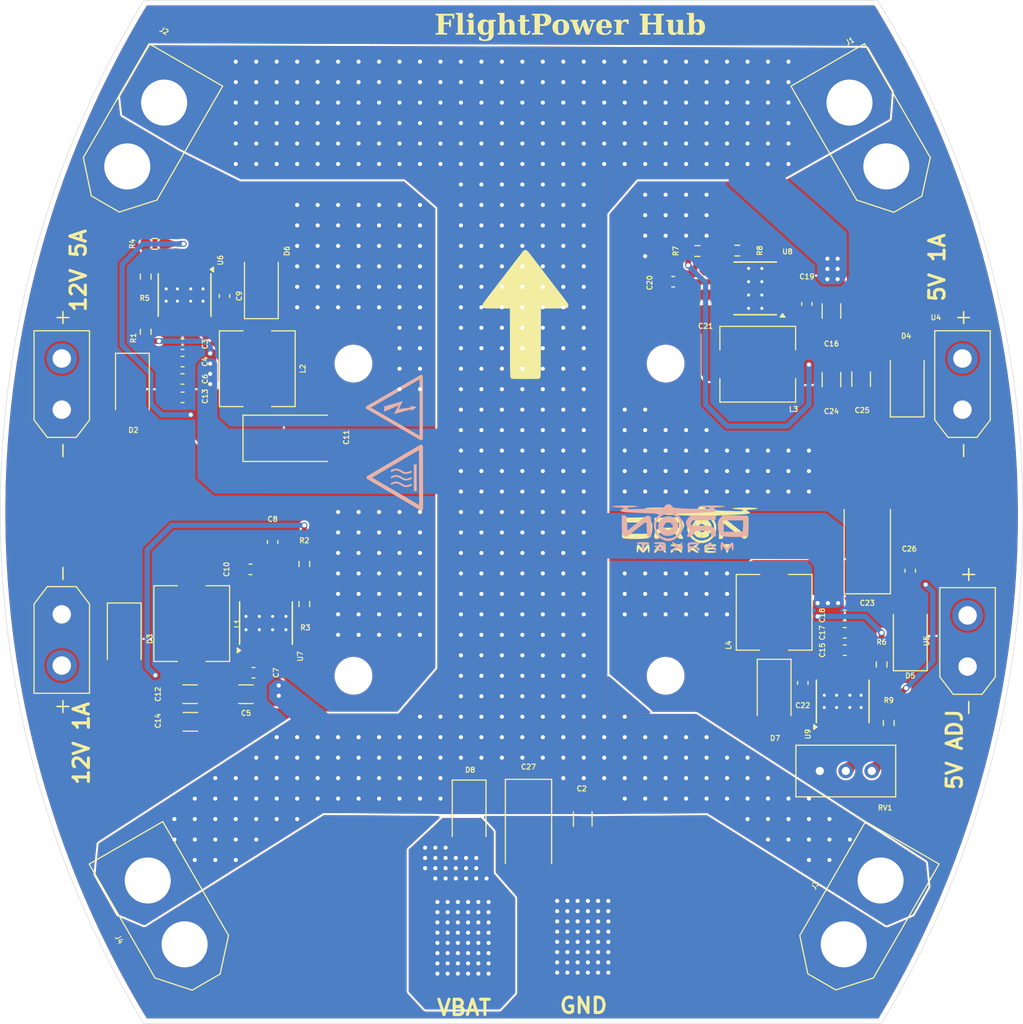
<source format=kicad_pcb>
(kicad_pcb (version 20241229) (generator "pcbnew") (generator_version "9.0")
  (layers (0 "F.Cu" signal) (4 "In1.Cu" signal) (6 "In2.Cu" signal) (2 "B.Cu" signal) (13 "F.Paste" user) (15 "B.Paste" user) (5 "F.SilkS" user "F.Silkscreen") (7 "B.SilkS" user "B.Silkscreen") (1 "F.Mask" user) (3 "B.Mask" user) (25 "Edge.Cuts" user))
  (net 0 "")
  (net 1 "GND")
  (net 2 "VBAT")
  (net 3 "Net-(U7-VCC)")
  (net 4 "Net-(U6-BOOT)")
  (net 5 "Net-(D6-K)")
  (net 6 "Net-(U7-SW)")
  (net 7 "Net-(U7-BOOT)")
  (net 8 "12V_5A_VDD")
  (net 9 "12V_1A_VDD")
  (net 10 "Net-(U8-VCC)")
  (net 11 "Net-(U8-SW)")
  (net 12 "Net-(U8-BOOT)")
  (net 13 "Net-(U9-BOOT)")
  (net 14 "Net-(D7-K)")
  (net 15 "5V_ADJ_VDD")
  (net 16 "5V_1A_VDD")
  (net 17 "VCC")
  (net 18 "Net-(U6-EN)")
  (net 19 "Net-(U7-FB)")
  (net 20 "/12V_Regulators/V_Sense_ADJ")
  (net 21 "Net-(U9-EN)")
  (net 22 "Net-(U8-FB)")
  (net 23 "Net-(R9-Pad2)")
  (net 24 "/5V_Regulators/V_Sense_ADJ")
  (footprint "Resistor_SMD:R_0603_1608Metric_Pad0.98x0.95mm_HandSolder" (layer "F.Cu") (at 228.1 100.9 -90)
    (property "Reference" "R6")
    (property "Value" "100k" (hide yes))
  )
  (footprint "Capacitor_Tantalum_SMD:CP_EIA-7343-43_Kemet-X_HandSolder" (layer "F.Cu") (at 193.6 116.7075 -90)
    (property "Reference" "C27")
    (property "Value" "220uF" (hide yes))
  )
  (footprint "Connector_AMASS:AMASS_XT60-F_1x02_P7.20mm_Vertical" (layer "F.Cu") (at 228.5625 52.235383 120)
    (property "Reference" "J1")
    (property "Value" "XT60-M" (hide yes))
  )
  (footprint "Diode_SMD:D_SMA" (layer "F.Cu") (at 230.9 98 90)
    (property "Reference" "D5")
    (property "Value" "SMBJ16A-13-F" (hide yes))
  )
  (footprint "Inductor_SMD:L_7.3x7.3_H3.5" (layer "F.Cu") (at 216 71.56)
    (property "Reference" "L3")
    (property "Value" "10uH" (hide yes))
  )
  (footprint "Resistor_SMD:R_0603_1608Metric_Pad0.98x0.95mm_HandSolder" (layer "F.Cu") (at 214 60.46)
    (property "Reference" "R8")
    (property "Value" "24.9k" (hide yes))
  )
  (footprint "Inductor_SMD:L_7.3x7.3_H3.5" (layer "F.Cu") (at 217.6 95.8 90)
    (property "Reference" "L4")
    (property "Value" "15uH" (hide yes))
  )
  (footprint "Capacitor_SMD:C_0603_1608Metric_Pad1.08x0.95mm_HandSolder" (layer "F.Cu") (at 159.8 69.6 180)
    (property "Reference" "C3")
    (property "Value" "4.7uF" (hide yes))
  )
  (footprint "Capacitor_SMD:C_0603_1608Metric_Pad1.08x0.95mm_HandSolder" (layer "F.Cu") (at 207.7375 63.5 180)
    (property "Reference" "C20")
    (property "Value" "1uF" (hide yes))
  )
  (footprint "Capacitor_SMD:C_1206_3216Metric_Pad1.33x1.80mm_HandSolder" (layer "F.Cu") (at 223.2 73.06 90)
    (property "Reference" "C24")
    (property "Value" "22uF" (hide yes))
  )
  (footprint "MountingHole:MountingHole_4.3mm_M4_Pad_TopOnly" (layer "F.Cu") (at 187.2 127.7 180)
    (property "Reference" "H7" (hide yes))
    (property "Value" "VCC" (hide yes))
  )
  (footprint "Resistor_SMD:R_0603_1608Metric_Pad0.98x0.95mm_HandSolder" (layer "F.Cu") (at 210.1 60.5)
    (property "Reference" "R7")
    (property "Value" "100k" (hide yes))
  )
  (footprint "Diode_SMD:D_SMA" (layer "F.Cu") (at 187.8 115.7 -90)
    (property "Reference" "D8")
    (property "Value" "SS5200" (hide yes))
  )
  (footprint "Inductor_SMD:L_7.3x7.3_H3.5" (layer "F.Cu") (at 160.7 96.9 -90)
    (property "Reference" "L1")
    (property "Value" "10uH" (hide yes))
  )
  (footprint "MountingHole:MountingHole_3.2mm_M3_ISO14580" (layer "F.Cu") (at 176.5 102)
    (property "Reference" "H5" (hide yes))
    (property "Value" "GND" (hide yes))
  )
  (footprint "Connector_AMASS:AMASS_XT30UPB-M_1x02_P5.0mm_Vertical" (layer "F.Cu") (at 236.5 101.1 90)
    (property "Reference" "U5")
    (property "Value" "XT30UPB-M" (hide yes))
  )
  (footprint "Package_SO:Texas_HSOP-8-1EP_3.9x4.9mm_P1.27mm_ThermalVias" (layer "F.Cu") (at 167.95 96.85 90)
    (property "Reference" "U7")
    (property "Value" "LMR33610ADDAR" (hide yes))
  )
  (footprint "Capacitor_SMD:C_1206_3216Metric_Pad1.33x1.80mm_HandSolder" (layer "F.Cu") (at 166 103.8 180)
    (property "Reference" "C5")
    (property "Value" "4.7uF" (hide yes))
  )
  (footprint "LOGO" (layer "F.Cu") (at 193.3 66.7 90)
    (property "Reference" "G***" (hide yes))
    (property "Value" "LOGO" (hide yes))
  )
  (footprint "Capacitor_Tantalum_SMD:CP_EIA-7343-43_Kemet-X_HandSolder" (layer "F.Cu") (at 170.3 78.8)
    (property "Reference" "C11")
    (property "Value" "220uF" (hide yes))
  )
  (footprint "Resistor_SMD:R_0603_1608Metric_Pad0.98x0.95mm_HandSolder" (layer "F.Cu") (at 171.7 95 -90)
    (property "Reference" "R3")
    (property "Value" "9.09k" (hide yes))
  )
  (footprint "Capacitor_SMD:C_1206_3216Metric_Pad1.33x1.80mm_HandSolder" (layer "F.Cu") (at 160.5625 106.5 180)
    (property "Reference" "C14")
    (property "Value" "22uF" (hide yes))
  )
  (footprint "Capacitor_SMD:C_1206_3216Metric" (layer "F.Cu") (at 198.9 116 -90)
    (property "Reference" "C2")
    (property "Value" "100nF" (hide yes))
  )
  (footprint "Capacitor_SMD:C_0603_1608Metric_Pad1.08x0.95mm_HandSolder" (layer "F.Cu") (at 224.5 97.8)
    (property "Reference" "C17")
    (property "Value" "4.7uF" (hide yes))
  )
  (footprint "Diode_SMD:D_SMA" (layer "F.Cu") (at 154.9 74 -90)
    (property "Reference" "D2")
    (property "Value" "SMBJ16A-13-F" (hide yes))
  )
  (footprint "Diode_SMD:D_SMA" (layer "F.Cu") (at 167.5 63.6 90)
    (property "Reference" "D6")
    (property "Value" "B540C" (hide yes))
  )
  (footprint "Capacitor_SMD:C_0603_1608Metric_Pad1.08x0.95mm_HandSolder" (layer "F.Cu") (at 168.6 88.9375 90)
    (property "Reference" "C8")
    (property "Value" "1uF" (hide yes))
  )
  (footprint "Capacitor_SMD:C_0603_1608Metric_Pad1.08x0.95mm_HandSolder" (layer "F.Cu") (at 210.9 65.6375 -90)
    (property "Reference" "C21")
    (property "Value" "0.1uF" (hide yes))
  )
  (footprint "Capacitor_SMD:C_1206_3216Metric_Pad1.33x1.80mm_HandSolder" (layer "F.Cu") (at 226.1 73.0225 90)
    (property "Reference" "C25")
    (property "Value" "22uF" (hide yes))
  )
  (footprint "Connector_AMASS:AMASS_XT60-F_1x02_P7.20mm_Vertical" (layer "F.Cu") (at 224.4 128.235383 60)
    (property "Reference" "J3")
    (property "Value" "XT60-M")
  )
  (footprint "Capacitor_SMD:C_0603_1608Metric_Pad1.08x0.95mm_HandSolder" (layer "F.Cu") (at 159.8 73 180)
    (property "Reference" "C6")
    (property "Value" "4.7uF" (hide yes))
  )
  (footprint "Package_SO:TI_SO-PowerPAD-8_ThermalVias" (layer "F.Cu") (at 224.3 104.5 90)
    (property "Reference" "U9")
    (property "Value" "TPS5450DDA" (hide yes))
  )
  (footprint "Capacitor_SMD:C_0603_1608Metric_Pad1.08x0.95mm_HandSolder" (layer "F.Cu") (at 159.8 71.3 180)
    (property "Reference" "C4")
    (property "Value" "4.7uF" (hide yes))
  )
  (footprint "Diode_SMD:D_SMA" (layer "F.Cu") (at 217.6 103.9 -90)
    (property "Reference" "D7")
    (property "Value" "B540C" (hide yes))
  )
  (footprint "Connector_AMASS:AMASS_XT30UPB-M_1x02_P5.0mm_Vertical" (layer "F.Cu") (at 148 96 -90)
    (property "Reference" "U3" (hide yes))
    (property "Value" "XT30UPB-M" (hide yes))
  )
  (footprint "Package_SO:Texas_HSOP-8-1EP_3.9x4.9mm_P1.27mm_ThermalVias" (layer "F.Cu") (at 215.75 64.15 180)
    (property "Reference" "U8")
    (property "Value" "LMR33610ADDAR" (hide yes))
  )
  (footprint "Potentiometer_THT:Potentiometer_Bourns_3296W_Vertical" (layer "F.Cu") (at 227.14 111.3)
    (property "Reference" "RV1")
    (property "Value" "10k" (hide yes))
  )
  (footprint "Capacitor_SMD:C_0603_1608Metric_Pad1.08x0.95mm_HandSolder" (layer "F.Cu") (at 166.4375 91.6 180)
    (property "Reference" "C10")
    (property "Value" "0.1uF" (hide yes))
  )
  (footprint "Resistor_SMD:R_0603_1608Metric_Pad0.98x0.95mm_HandSolder" (layer "F.Cu") (at 171.7 91.0875 -90)
    (property "Reference" "R2")
    (property "Value" "100k" (hide yes))
  )
  (footprint "MountingHole:MountingHole_3.2mm_M3_ISO14580" (layer "F.Cu") (at 207 71.5)
    (property "Reference" "H4" (hide yes))
    (property "Value" "GND" (hide yes))
  )
  (footprint "Diode_SMD:D_SMA" (layer "F.Cu") (at 230.6 73.2 90)
    (property "Reference" "D4")
    (property "Value" "SMBJ16A-13-F" (hide yes))
  )
  (footprint "Capacitor_SMD:C_1206_3216Metric_Pad1.33x1.80mm_HandSolder" (layer "F.Cu") (at 160.5375 103.8 180)
    (property "Reference" "C12")
    (property "Value" "22uF" (hide yes))
  )
  (footprint "Capacitor_SMD:C_0603_1608Metric_Pad1.08x0.95mm_HandSolder" (layer "F.Cu") (at 159.8 74.8 180)
    (property "Reference" "C13")
    (property "Value" "0.01uF" (hide yes))
  )
  (footprint "Capacitor_SMD:C_0603_1608Metric_Pad1.08x0.95mm_HandSolder" (layer "F.Cu") (at 230.9 91.7375 90)
    (property "Reference" "C26")
    (property "Value" "0.01uF" (hide yes))
  )
  (footprint "Package_SO:TI_SO-PowerPAD-8_ThermalVias" (layer "F.Cu") (at 160 64.8 -90)
    (property "Reference" "U6")
    (property "Value" "TPS5450DDA" (hide yes))
  )
  (footprint "Resistor_SMD:R_0603_1608Metric_Pad0.98x0.95mm_HandSolder" (layer "F.Cu") (at 228.8 106.6125 -90)
    (property "Reference" "R9")
    (property "Value" "100k" (hide yes))
  )
  (footprint "MountingHole:MountingHole_4.3mm_M4_Pad_TopOnly" (layer "F.Cu") (at 198.9 127.7 180)
    (property "Reference" "H8" (hide yes))
    (property "Value" "GND" (hide yes))
  )
  (footprint "Capacitor_SMD:C_0603_1608Metric_Pad1.08x0.95mm_HandSolder" (layer "F.Cu") (at 220.4 102.7 90)
    (property "Reference" "C22")
    (property "Value" "0.01uF" (hide yes))
  )
  (footprint "Capacitor_Tantalum_SMD:CP_EIA-7343-43_Kemet-X_HandSolder" (layer "F.Cu") (at 226.7 89.4 90)
    (property "Reference" "C23")
    (property "Value" "220uF" (hide yes))
  )
  (footprint "MountingHole:MountingHole_3.2mm_M3_ISO14580" (layer "F.Cu") (at 176.5 71.5)
    (property "Reference" "H3" (hide yes))
    (property "Value" "GND" (hide yes))
  )
  (footprint "Capacitor_SMD:C_0603_1608Metric_Pad1.08x0.95mm_HandSolder" (layer "F.Cu") (at 224.5 99.5)
    (property "Reference" "C15")
    (property "Value" "4.7uF" (hide yes))
  )
  (footprint "Resistor_SMD:R_0603_1608Metric_Pad0.98x0.95mm_HandSolder" (layer "F.Cu") (at 156.2 68.3875 90)
    (property "Reference" "R1")
    (property "Value" "100k" (hide yes))
  )
  (footprint "Capacitor_SMD:C_0603_1608Metric_Pad1.08x0.95mm_HandSolder" (layer "F.Cu") (at 166.7375 101.7 180)
    (property "Reference" "C7")
    (property "Value" "220nF" (hide yes))
  )
  (footprint "Capacitor_SMD:C_0603_1608Metric_Pad1.08x0.95mm_HandSolder" (layer "F.Cu") (at 224.5 96.1)
    (property "Reference" "C18")
    (property "Value" "4.7uF" (hide yes))
  )
  (footprint "LOGO" (layer "F.Cu") (at 209.5 87.7)
    (property "Reference" "G***" (hide yes))
    (property "Value" "LOGO" (hide yes))
  )
  (footprint "Resistor_SMD:R_0603_1608Metric_Pad0.98x0.95mm_HandSolder" (layer "F.Cu") (at 157.1 59.8 180)
    (property "Reference" "R4")
    (property "Value" "10k" (hide yes))
  )
  (footprint "Inductor_SMD:L_7.3x7.3_H3.5" (layer "F.Cu") (at 167.1 72 -90)
    (property "Reference" "L2")
    (property "Value" "15uH" (hide yes))
  )
  (footprint "Connector_AMASS:AMASS_XT60-F_1x02_P7.20mm_Vertical" (layer "F.Cu") (at 160 128.235383 120)
    (property "Reference" "J4")
    (property "Value" "XT60-M" (hide yes))
  )
  (footprint "Connector_AMASS:AMASS_XT30UPB-M_1x02_P5.0mm_Vertical" (layer "F.Cu") (at 236 76 90)
    (property "Reference" "U4")
    (property "Value" "XT30UPB-M")
  )
  (footprint "MountingHole:MountingHole_3.2mm_M3_ISO14580" (layer "F.Cu") (at 207 102)
    (property "Reference" "H6" (hide yes))
    (property "Value" "GND" (hide yes))
  )
  (footprint "Connector_AMASS:AMASS_XT60-F_1x02_P7.20mm_Vertical" (layer "F.Cu") (at 154.4 52.235383 60)
    (property "Reference" "J2")
    (property "Value" "XT60-M" (hide yes))
  )
  (footprint "Capacitor_SMD:C_0603_1608Metric_Pad1.08x0.95mm_HandSolder" (layer "F.Cu") (at 220.8 65.66 -90)
    (property "Reference" "C19")
    (property "Value" "220nF" (hide yes))
  )
  (footprint "Diode_SMD:D_SMA" (layer "F.Cu") (at 154.1 98.4 -90)
    (property "Reference" "D3")
    (property "Value" "SMBJ16A-13-F" (hide yes))
  )
  (footprint "Resistor_SMD:R_0603_1608Metric_Pad0.98x0.95mm_HandSolder" (layer "F.Cu") (at 156.2 63 90)
    (property "Reference" "R5")
    (property "Value" "1.13k" (hide yes))
  )
  (footprint "Capacitor_SMD:C_0603_1608Metric_Pad1.08x0.95mm_HandSolder" (layer "F.Cu") (at 163.9 64.9 -90)
    (property "Reference" "C9")
    (property "Value" "0.01uF" (hide yes))
  )
  (footprint "Capacitor_SMD:C_1206_3216Metric_Pad1.33x1.80mm_HandSolder" (layer "F.Cu") (at 223.2 66.36 -90)
    (property "Reference" "C16")
    (property "Value" "4.7uF" (hide yes))
  )
  (footprint "Connector_AMASS:AMASS_XT30UPB-M_1x02_P5.0mm_Vertical" (layer "F.Cu") (at 148 76 90)
    (property "Reference" "U2" (hide yes))
    (property "Value" "XT30UPB-M" (hide yes))
  )
  (footprint "LOGO" (layer "B.Cu") (at 180.565088 82.631545 -90)
    (property "Reference" "G***" (hide yes))
    (property "Value" "LOGO" (hide yes))
  )
  (footprint "LOGO" (layer "B.Cu") (at 208.3 87.5 180)
    (property "Reference" "G***" (hide yes))
    (property "Value" "LOGO" (hide yes))
  )
  (footprint "LOGO" (layer "B.Cu") (at 180.5 75.8 -90)
    (property "Reference" "G***" (hide yes))
    (property "Value" "LOGO" (hide yes))
  )
  (gr_line (start 228.074712 135.98473) (end 156.01637 135.984727) (stroke (width 0.05)) (layer "Edge.Cuts"))
  (gr_arc (start 227.7 36) (mid 241.912281 85.939804) (end 228.074712 135.98473) (stroke (width 0.05)) (layer "Edge.Cuts"))
  (gr_line (start 156.030006 36.000006) (end 227.7 36) (stroke (width 0.05)) (layer "Edge.Cuts"))
  (gr_arc (start 156.019527 135.982803) (mid 141.990054 85.98993) (end 156.030008 36) (stroke (width 0.05)) (layer "Edge.Cuts"))
  (gr_text "12V 5A" (at 150.5 66.6 90) (layer "F.SilkS") (effects (font (size 1.5 1.5) (thickness 0.3) (bold yes)) (justify left bottom)))
  (gr_text "GND\n" (at 196.5 135.1 0) (layer "F.SilkS") (effects (font (size 1.5 1.5) (thickness 0.3) (bold yes)) (justify left bottom)))
  (gr_text "FlightPower Hub " (at 184.4 39.7 0) (layer "F.SilkS") (effects (font (size 2 2) (thickness 0.2) (bold yes)) (justify left bottom)))
  (gr_text "12V 1A" (at 150.8 112.8 90) (layer "F.SilkS") (effects (font (size 1.5 1.5) (thickness 0.3) (bold yes)) (justify left bottom)))
  (gr_text "5V 1A\n" (at 234.4 65.6 90) (layer "F.SilkS") (effects (font (size 1.5 1.5) (thickness 0.3) (bold yes)) (justify left bottom)))
  (gr_text "5V ADJ" (at 236.1 113.3 90) (layer "F.SilkS") (effects (font (size 1.5 1.5) (thickness 0.3) (bold yes)) (justify left bottom)))
  (gr_text "VBAT" (at 184.5 135.3 0) (layer "F.SilkS") (effects (font (size 1.5 1.5) (thickness 0.3) (bold yes)) (justify left bottom)))
  (via (at 197.4 128) (size 0.6) (drill 0.4) (layers "F.Cu" "B.Cu") (net 1))
  (via (at 183 72) (size 0.6) (drill 0.4) (layers "F.Cu" "B.Cu") (net 1))
  (via (at 179 66) (size 0.6) (drill 0.4) (layers "F.Cu" "B.Cu") (net 1))
  (via (at 200.4 129) (size 0.6) (drill 0.4) (layers "F.Cu" "B.Cu") (net 1))
  (via (at 200.4 127) (size 0.6) (drill 0.4) (layers "F.Cu" "B.Cu") (net 1))
  (via (at 171 64) (size 0.6) (drill 0.4) (layers "F.Cu" "B.Cu") (net 1))
  (via (at 173 60) (size 0.6) (drill 0.4) (layers "F.Cu" "B.Cu") (net 1))
  (via (at 179 58) (size 0.6) (drill 0.4) (layers "F.Cu" "B.Cu") (net 1))
  (via (at 219 82) (size 0.6) (drill 0.4) (layers "F.Cu" "B.Cu") (net 1))
  (via (at 209 57) (size 0.6) (drill 0.4) (layers "F.Cu" "B.Cu") (net 1))
  (via (at 211 59) (size 0.6) (drill 0.4) (layers "F.Cu" "B.Cu") (net 1))
  (via (at 179 90) (size 0.6) (drill 0.4) (layers "F.Cu" "B.Cu") (net 1))
  (via (at 181 96) (size 0.6) (drill 0.4) (layers "F.Cu" "B.Cu") (net 1))
  (via (at 177 58) (size 0.6) (drill 0.4) (layers "F.Cu" "B.Cu") (net 1))
  (via (at 181 58) (size 0.6) (drill 0.4) (layers "F.Cu" "B.Cu") (net 1))
  (via (at 171 66) (size 0.6) (drill 0.4) (layers "F.Cu" "B.Cu") (net 1))
  (via (at 171 60) (size 0.6) (drill 0.4) (layers "F.Cu" "B.Cu") (net 1))
  (via (at 199.4 127) (size 0.6) (drill 0.4) (layers "F.Cu" "B.Cu") (net 1))
  (via (at 183 98) (size 0.6) (drill 0.4) (layers "F.Cu" "B.Cu") (net 1))
  (via (at 209 84) (size 0.6) (drill 0.4) (layers "F.Cu" "B.Cu") (net 1))
  (via (at 179 92) (size 0.6) (drill 0.4) (layers "F.Cu" "B.Cu") (net 1))
  (via (at 177 86) (size 0.6) (drill 0.4) (layers "F.Cu" "B.Cu") (net 1))
  (via (at 181 62) (size 0.6) (drill 0.4) (layers "F.Cu" "B.Cu") (net 1))
  (via (at 196.4 128) (size 0.6) (drill 0.4) (layers "F.Cu" "B.Cu") (net 1))
  (via (at 221 82) (size 0.6) (drill 0.4) (layers "F.Cu" "B.Cu") (net 1))
  (via (at 183 64) (size 0.6) (drill 0.4) (layers "F.Cu" "B.Cu") (net 1))
  (via (at 175 92) (size 0.6) (drill 0.4) (layers "F.Cu" "B.Cu") (net 1))
  (via (at 207 92) (size 0.6) (drill 0.4) (layers "F.Cu" "B.Cu") (net 1))
  (via (at 217 82) (size 0.6) (drill 0.4) (layers "F.Cu" "B.Cu") (net 1))
  (via (at 177 90) (size 0.6) (drill 0.4) (layers "F.Cu" "B.Cu") (net 1))
  (via (at 203 96) (size 0.6) (drill 0.4) (layers "F.Cu" "B.Cu") (net 1))
  (via (at 179 88) (size 0.6) (drill 0.4) (layers "F.Cu" "B.Cu") (net 1))
  (via (at 213 96) (size 0.6) (drill 0.4) (layers "F.Cu" "B.Cu") (net 1))
  (via (at 207 82) (size 0.6) (drill 0.4) (layers "F.Cu" "B.Cu") (net 1))
  (via (at 181 92) (size 0.6) (drill 0.4) (layers "F.Cu" "B.Cu") (net 1))
  (via (at 171 62) (size 0.6) (drill 0.4) (layers "F.Cu" "B.Cu") (net 1))
  (via (at 211 80) (size 0.6) (drill 0.4) (layers "F.Cu" "B.Cu") (net 1))
  (via (at 205 61) (size 0.6) (drill 0.4) (layers "F.Cu" "B.Cu") (net 1))
  (via (at 183 90) (size 0.6) (drill 0.4) (layers "F.Cu" "B.Cu") (net 1))
  (via (at 205 59) (size 0.6) (drill 0.4) (layers "F.Cu" "B.Cu") (net 1))
  (via (at 179 94) (size 0.6) (drill 0.4) (layers "F.Cu" "B.Cu") (net 1))
  (via (at 173 62) (size 0.6) (drill 0.4) (layers "F.Cu" "B.Cu") (net 1))
  (via (at 171 58) (size 0.6) (drill 0.4) (layers "F.Cu" "B.Cu") (net 1))
  (via (at 203 94) (size 0.6) (drill 0.4) (layers "F.Cu" "B.Cu") (net 1))
  (via (at 200.4 128) (size 0.6) (drill 0.4) (layers "F.Cu" "B.Cu") (net 1))
  (via (at 211 84) (size 0.6) (drill 0.4) (layers "F.Cu" "B.Cu") (net 1))
  (via (at 205 96) (size 0.6) (drill 0.4) (layers "F.Cu" "B.Cu") (net 1))
  (via (at 175 64) (size 0.6) (drill 0.4) (layers "F.Cu" "B.Cu") (net 1))
  (via (at 203 78) (size 0.6) (drill 0.4) (layers "F.Cu" "B.Cu") (net 1))
  (via (at 175 98) (size 0.6) (drill 0.4) (layers "F.Cu" "B.Cu") (net 1))
  (via (at 213 80) (size 0.6) (drill 0.4) (layers "F.Cu" "B.Cu") (net 1))
  (via (at 203 84) (size 0.6) (drill 0.4) (layers "F.Cu" "B.Cu") (net 1))
  (via (at 198.4 125) (size 0.6) (drill 0.4) (layers "F.Cu" "B.Cu") (net 1))
  (via (at 183 68) (size 0.6) (drill 0.4) (layers "F.Cu" "B.Cu") (net 1))
  (via (at 207 80) (size 0.6) (drill 0.4) (layers "F.Cu" "B.Cu") (net 1))
  (via (at 175 60) (size 0.6) (drill 0.4) (layers "F.Cu" "B.Cu") (net 1))
  (via (at 200.4 124) (size 0.6) (drill 0.4) (layers "F.Cu" "B.Cu") (net 1))
  (via (at 213 84) (size 0.6) (drill 0.4) (layers "F.Cu" "B.Cu") (net 1))
  (via (at 183 92) (size 0.6) (drill 0.4) (layers "F.Cu" "B.Cu") (net 1))
  (via (at 177 64) (size 0.6) (drill 0.4) (layers "F.Cu" "B.Cu") (net 1))
  (via (at 177 98) (size 0.6) (drill 0.4) (layers "F.Cu" "B.Cu") (net 1))
  (via (at 205 57) (size 0.6) (drill 0.4) (layers "F.Cu" "B.Cu") (net 1))
  (via (at 196.4 126) (size 0.6) (drill 0.4) (layers "F.Cu" "B.Cu") (net 1))
  (via (at 199.4 125) (size 0.6) (drill 0.4) (layers "F.Cu" "B.Cu") (net 1))
  (via (at 175 58) (size 0.6) (drill 0.4) (layers "F.Cu" "B.Cu") (net 1))
  (via (at 179 98) (size 0.6) (drill 0.4) (layers "F.Cu" "B.Cu") (net 1))
  (via (at 175 90) (size 0.6) (drill 0.4) (layers "F.Cu" "B.Cu") (net 1))
  (via (at 179 60) (size 0.6) (drill 0.4) (layers "F.Cu" "B.Cu") (net 1))
  (via (at 201.4 130) (size 0.6) (drill 0.4) (layers "F.Cu" "B.Cu") (net 1))
  (via (at 196.4 129) (size 0.6) (drill 0.4) (layers "F.Cu" "B.Cu") (net 1))
  (via (at 177 94) (size 0.6) (drill 0.4) (layers "F.Cu" "B.Cu") (net 1))
  (via (at 198.4 124) (size 0.6) (drill 0.4) (layers "F.Cu" "B.Cu") (net 1))
  (via (at 175 94) (size 0.6) (drill 0.4) (layers "F.Cu" "B.Cu") (net 1))
  (via (at 199.4 130) (size 0.6) (drill 0.4) (layers "F.Cu" "B.Cu") (net 1))
  (via (at 196.4 130) (size 0.6) (drill 0.4) (layers "F.Cu" "B.Cu") (net 1))
  (via (at 205 55) (size 0.6) (drill 0.4) (layers "F.Cu" "B.Cu") (net 1))
  (via (at 175 66) (size 0.6) (drill 0.4) (layers "F.Cu" "B.Cu") (net 1))
  (via (at 196.4 127) (size 0.6) (drill 0.4) (layers "F.Cu" "B.Cu") (net 1))
  (via (at 183 88) (size 0.6) (drill 0.4) (layers "F.Cu" "B.Cu") (net 1))
  (via (at 201.4 125) (size 0.6) (drill 0.4) (layers "F.Cu" "B.Cu") (net 1))
  (via (at 177 56) (size 0.6) (drill 0.4) (layers "F.Cu" "B.Cu") (net 1))
  (via (at 199.4 131) (size 0.6) (drill 0.4) (layers "F.Cu" "B.Cu") (net 1))
  (via (at 173 56) (size 0.6) (drill 0.4) (layers "F.Cu" "B.Cu") (net 1))
  (via (at 199.4 126) (size 0.6) (drill 0.4) (layers "F.Cu" "B.Cu") (net 1))
  (via (at 200.4 131) (size 0.6) (drill 0.4) (layers "F.Cu" "B.Cu") (net 1))
  (via (at 207 55) (size 0.6) (drill 0.4) (layers "F.Cu" "B.Cu") (net 1))
  (via (at 183 62) (size 0.6) (drill 0.4) (layers "F.Cu" "B.Cu") (net 1))
  (via (at 177 66) (size 0.6) (drill 0.4) (layers "F.Cu" "B.Cu") (net 1))
  (via (at 198.4 128) (size 0.6) (drill 0.4) (layers "F.Cu" "B.Cu") (net 1))
  (via (at 196.4 124) (size 0.6) (drill 0.4) (layers "F.Cu" "B.Cu") (net 1))
  (via (at 207 78) (size 0.6) (drill 0.4) (layers "F.Cu" "B.Cu") (net 1))
  (via (at 197.4 129) (size 0.6) (drill 0.4) (layers "F.Cu" "B.Cu") (net 1))
  (via (at 177 62) (size 0.6) (drill 0.4) (layers "F.Cu" "B.Cu") (net 1))
  (via (at 207 94) (size 0.6) (drill 0.4) (layers "F.Cu" "B.Cu") (net 1))
  (via (at 183 58) (size 0.6) (drill 0.4) (layers "F.Cu" "B.Cu") (net 1))
  (via (at 199.4 124) (size 0.6) (drill 0.4) (layers "F.Cu" "B.Cu") (net 1))
  (via (at 171 56) (size 0.6) (drill 0.4) (layers "F.Cu" "B.Cu") (net 1))
  (via (at 198.4 131) (size 0.6) (drill 0.4) (layers "F.Cu" "B.Cu") (net 1))
  (via (at 183 60) (size 0.6) (drill 0.4) (layers "F.Cu" "B.Cu") (net 1))
  (via (at 201.4 129) (size 0.6) (drill 0.4) (layers "F.Cu" "B.Cu") (net 1))
  (via (at 198.4 126) (size 0.6) (drill 0.4) (layers "F.Cu" "B.Cu") (net 1))
  (via (at 181 90) (size 0.6) (drill 0.4) (layers "F.Cu" "B.Cu") (net 1))
  (via (at 183 74) (size 0.6) (drill 0.4) (layers "F.Cu" "B.Cu") (net 1))
  (via (at 196.4 131) (size 0.6) (drill 0.4) (layers "F.Cu" "B.Cu") (net 1))
  (via (at 181 68) (size 0.6) (drill 0.4) (layers "F.Cu" "B.Cu") (net 1))
  (via (at 201.4 127) (size 0.6) (drill 0.4) (layers "F.Cu" "B.Cu") (net 1))
  (via (at 205 84) (size 0.6) (drill 0.4) (layers "F.Cu" "B.Cu") (net 1))
  (via (at 211 82) (size 0.6) (drill 0.4) (layers "F.Cu" "B.Cu") (net 1))
  (via (at 215 84) (size 0.6) (drill 0.4) (layers "F.Cu" "B.Cu") (net 1))
  (via (at 181 88) (size 0.6) (drill 0.4) (layers "F.Cu" "B.Cu") (net 1))
  (via (at 205 82) (size 0.6) (drill 0.4) (layers "F.Cu" "B.Cu") (net 1))
  (via (at 203 82) (size 0.6) (drill 0.4) (layers "F.Cu" "B.Cu") (net 1))
  (via (at 181 94) (size 0.6) (drill 0.4) (layers "F.Cu" "B.Cu") (net 1))
  (via (at 196.4 125) (size 0.6) (drill 0.4) (layers "F.Cu" "B.Cu") (net 1))
  (via (at 213 94) (size 0.6) (drill 0.4) (layers "F.Cu" "B.Cu") (net 1))
  (via (at 217 80) (size 0.6) (drill 0.4) (layers "F.Cu" "B.Cu") (net 1))
  (via (at 211 55) (size 0.6) (drill 0.4) (layers "F.Cu" "B.Cu") (net 1))
  (via (at 179 62) (size 0.6) (drill 0.4) (layers "F.Cu" "B.Cu") (net 1))
  (via (at 197.4 131) (size 0.6) (drill 0.4) (layers "F.Cu" "B.Cu") (net 1))
  (via (at 209 78) (size 0.6) (drill 0.4) (layers "F.Cu" "B.Cu") (net 1))
  (via (at 213 92) (size 0.6) (drill 0.4) (layers "F.Cu" "B.Cu") (net 1))
  (via (at 201.4 124) (size 0.6) (drill 0.4) (layers "F.Cu" "B.Cu") (net 1))
  (via (at 205 80) (size 0.6) (drill 0.4) (layers "F.Cu" "B.Cu") (net 1))
  (via (at 199.4 129) (size 0.6) (drill 0.4) (layers "F.Cu" "B.Cu") (net 1))
  (via (at 209 82) (size 0.6) (drill 0.4) (layers "F.Cu" "B.Cu") (net 1))
  (via (at 197.4 127) (size 0.6) (drill 0.4) (layers "F.Cu" "B.Cu") (net 1))
  (via (at 201.4 128) (size 0.6) (drill 0.4) (layers "F.Cu" "B.Cu") (net 1))
  (via (at 179 86) (size 0.6) (drill 0.4) (layers "F.Cu" "B.Cu") (net 1))
  (via (at 217 84) (size 0.6) (drill 0.4) (layers "F.Cu" "B.Cu") (net 1))
  (via (at 209 92) (size 0.6) (drill 0.4) (layers "F.Cu" "B.Cu") (net 1))
  (via (at 219 80) (size 0.6) (drill 0.4) (layers "F.Cu" "B.Cu") (net 1))
  (via (at 183 94) (size 0.6) (drill 0.4) (layers "F.Cu" "B.Cu") (net 1))
  (via (at 209 59) (size 0.6) (drill 0.4) (layers "F.Cu" "B.Cu") (net 1))
  (via (at 181 60) (size 0.6) (drill 0.4) (layers "F.Cu" "B.Cu") (net 1))
  (via (at 211 96) (size 0.6) (drill 0.4) (layers "F.Cu" "B.Cu") (net 1))
  (via (at 181 56) (size 0.6) (drill 0.4) (layers "F.Cu" "B.Cu") (net 1))
  (via (at 181 64) (size 0.6) (drill 0.4) (layers "F.Cu" "B.Cu") (net 1))
  (via (at 175 56) (size 0.6) (drill 0.4) (layers "F.Cu" "B.Cu") (net 1))
  (via (at 200.4 125) (size 0.6) (drill 0.4) (layers "F.Cu" "B.Cu") (net 1))
  (via (at 177 92) (size 0.6) (drill 0.4) (layers "F.Cu" "B.Cu") (net 1))
  (via (at 207 59) (size 0.6) (drill 0.4) (layers "F.Cu" "B.Cu") (net 1))
  (via (at 203 80) (size 0.6) (drill 0.4) (layers "F.Cu" "B.Cu") (net 1))
  (via (at 173 64) (size 0.6) (drill 0.4) (layers "F.Cu" "B.Cu") (net 1))
  (via (at 201.4 131) (size 0.6) (drill 0.4) (layers "F.Cu" "B.Cu") (net 1))
  (via (at 175 86) (size 0.6) (drill 0.4) (layers "F.Cu" "B.Cu") (net 1))
  (via (at 201.4 126) (size 0.6) (drill 0.4) (layers "F.Cu" "B.Cu") (net 1))
  (via (at 209 80) (size 0.6) (drill 0.4) (layers "F.Cu" "B.Cu") (net 1))
  (via (at 199.4 128) (size 0.6) (drill 0.4) (layers "F.Cu" "B.Cu") (net 1))
  (via (at 203 76) (size 0.6) (drill 0.4) (layers "F.Cu" "B.Cu") (net 1))
  (via (at 183 66) (size 0.6) (drill 0.4) (layers "F.Cu" "B.Cu") (net 1))
  (via (at 205 78) (size 0.6) (drill 0.4) (layers "F.Cu" "B.Cu") (net 1))
  (via (at 177 88) (size 0.6) (drill 0.4) (layers "F.Cu" "B.Cu") (net 1))
  (via (at 205 94) (size 0.6) (drill 0.4) (layers "F.Cu" "B.Cu") (net 1))
  (via (at 209 96) (size 0.6) (drill 0.4) (layers "F.Cu" "B.Cu") (net 1))
  (via (at 200.4 130) (size 0.6) (drill 0.4) (layers "F.Cu" "B.Cu") (net 1))
  (via (at 181 66) (size 0.6) (drill 0.4) (layers "F.Cu" "B.Cu") (net 1))
  (via (at 197.4 126) (size 0.6) (drill 0.4) (layers "F.Cu" "B.Cu") (net 1))
  (via (at 219 84) (size 0.6) (drill 0.4) (layers "F.Cu" "B.Cu") (net 1))
  (via (at 203 92) (size 0.6) (drill 0.4) (layers "F.Cu" "B.Cu") (net 1))
  (via (at 181 74) (size 0.6) (drill 0.4) (layers "F.Cu" "B.Cu") (net 1))
  (via (at 179 96) (size 0.6) (drill 0.4) (layers "F.Cu" "B.Cu") (net 1))
  (via (at 197.4 130) (size 0.6) (drill 0.4) (layers "F.Cu" "B.Cu") (net 1))
  (via (at 198.4 130) (size 0.6) (drill 0.4) (layers "F.Cu" "B.Cu") (net 1))
  (via (at 221 84) (size 0.6) (drill 0.4) (layers "F.Cu" "B.Cu") (net 1))
  (via (at 211 94) (size 0.6) (drill 0.4) (layers "F.Cu" "B.Cu") (net 1))
  (via (at 200.4 126) (size 0.6) (drill 0.4) (layers "F.Cu" "B.Cu") (net 1))
  (via (at 205 92) (size 0.6) (drill 0.4) (layers "F.Cu" "B.Cu") (net 1))
  (via (at 211 57) (size 0.6) (drill 0.4) (layers "F.Cu" "B.Cu") (net 1))
  (via (at 183 86) (size 0.6) (drill 0.4) (layers "F.Cu" "B.Cu") (net 1))
  (via (at 177 96) (size 0.6) (drill 0.4) (layers "F.Cu" "B.Cu") (net 1))
  (via (at 207 57) (size 0.6) (drill 0.4) (layers "F.Cu" "B.Cu") (net 1))
  (via (at 198.4 129) (size 0.6) (drill 0.4) (layers "F.Cu" "B.Cu") (net 1))
  (via (at 215 80) (size 0.6) (drill 0.4) (layers "F.Cu" "B.Cu") (net 1))
  (via (at 221 80) (size 0.6) (drill 0.4) (layers "F.Cu" "B.Cu") (net 1))
  (via (at 197.4 124) (size 0.6) (drill 0.4) (layers "F.Cu" "B.Cu") (net 1))
  (via (at 207 96) (size 0.6) (drill 0.4) (layers "F.Cu" "B.Cu") (net 1))
  (via (at 183 56) (size 0.6) (drill 0.4) (layers "F.Cu" "B.Cu") (net 1))
  (via (at 173 66) (size 0.6) (drill 0.4) (layers "F.Cu" "B.Cu") (net 1))
  (via (at 179 64) (size 0.6) (drill 0.4) (layers "F.Cu" "B.Cu") (net 1))
  (via (at 205 76) (size 0.6) (drill 0.4) (layers "F.Cu" "B.Cu") (net 1))
  (via (at 213 82) (size 0.6) (drill 0.4) (layers "F.Cu" "B.Cu") (net 1))
  (via (at 181 98) (size 0.6) (drill 0.4) (layers "F.Cu" "B.Cu") (net 1))
  (via (at 175 88) (size 0.6) (drill 0.4) (layers "F.Cu" "B.Cu") (net 1))
  (via (at 181 72) (size 0.6) (drill 0.4) (layers "F.Cu" "B.Cu") (net 1))
  (via (at 181 86) (size 0.6) (drill 0.4) (layers "F.Cu" "B.Cu") (net 1))
  (via (at 181 70) (size 0.6) (drill 0.4) (layers "F.Cu" "B.Cu") (net 1))
  (via (at 177 60) (size 0.6) (drill 0.4) (layers "F.Cu" "B.Cu") (net 1))
  (via (at 175 96) (size 0.6) (drill 0.4) (layers "F.Cu" "B.Cu") (net 1))
  (via (at 183 70) (size 0.6) (drill 0.4) (layers "F.Cu" "B.Cu") (net 1))
  (via (at 207 84) (size 0.6) (drill 0.4) (layers "F.Cu" "B.Cu") (net 1))
  (via (at 175 62) (size 0.6) (drill 0.4) (layers "F.Cu" "B.Cu") (net 1))
  (via (at 183 96) (size 0.6) (drill 0.4) (layers "F.Cu" "B.Cu") (net 1))
  (via (at 197.4 125) (size 0.6) (drill 0.4) (layers "F.Cu" "B.Cu") (net 1))
  (via (at 173 58) (size 0.6) (drill 0.4) (layers "F.Cu" "B.Cu") (net 1))
  (via (at 211 92) (size 0.6) (drill 0.4) (layers "F.Cu" "B.Cu") (net 1))
  (via (at 209 94) (size 0.6) (drill 0.4) (layers "F.Cu" "B.Cu") (net 1))
  (via (at 198.4 127) (size 0.6) (drill 0.4) (layers "F.Cu" "B.Cu") (net 1))
  (via (at 211 78) (size 0.6) (drill 0.4) (layers "F.Cu" "B.Cu") (net 1))
  (via (at 215 82) (size 0.6) (drill 0.4) (layers "F.Cu" "B.Cu") (net 1))
  (via (at 179 56) (size 0.6) (drill 0.4) (layers "F.Cu" "B.Cu") (net 1))
  (via (at 209 55) (size 0.6) (drill 0.4) (layers "F.Cu" "B.Cu") (net 1))
  (segment (start 228.1 99.9875) (end 228.1 97.8) (width 0.508) (layer "F.Cu") (net 2))
  (segment (start 156.2 69.3) (end 157.5 69.3) (width 0.508) (layer "F.Cu") (net 2))
  (via (at 189 48) (size 0.6) (drill 0.4) (layers "F.Cu" "B.Cu") (net 2))
  (via (at 195 44) (size 0.6) (drill 0.4) (layers "F.Cu" "B.Cu") (net 2))
  (via (at 195 46) (size 0.6) (drill 0.4) (layers "F.Cu" "B.Cu") (net 2))
  (via (at 195 74) (size 0.6) (drill 0.4) (layers "F.Cu" "B.Cu") (net 2))
  (via (at 171 108) (size 0.6) (drill 0.4) (layers "F.Cu" "B.Cu") (net 2))
  (via (at 165 50) (size 0.6) (drill 0.4) (layers "F.Cu" "B.Cu") (net 2))
  (via (at 163 116) (size 0.6) (drill 0.4) (layers "F.Cu" "B.Cu") (net 2))
  (via (at 159 118) (size 0.6) (drill 0.4) (layers "F.Cu" "B.Cu") (net 2))
  (via (at 177 50) (size 0.6) (drill 0.4) (layers "F.Cu" "B.Cu") (net 2))
  (via (at 195 88) (size 0.6) (drill 0.4) (layers "F.Cu" "B.Cu") (net 2))
  (via (at 193 104) (size 0.6) (drill 0.4) (layers "F.Cu" "B.Cu") (net 2))
  (via (at 191 52) (size 0.6) (drill 0.4) (layers "F.Cu" "B.Cu") (net 2))
  (via (at 171 48) (size 0.6) (drill 0.4) (layers "F.Cu" "B.Cu") (net 2))
  (via (at 203 44) (size 0.6) (drill 0.4) (layers "F.Cu" "B.Cu") (net 2))
  (via (at 221 118) (size 0.6) (drill 0.4) (layers "F.Cu" "B.Cu") (net 2))
  (via (at 191 50) (size 0.6) (drill 0.4) (layers "F.Cu" "B.Cu") (net 2))
  (via (at 189 60) (size 0.6) (drill 0.4) (layers "F.Cu" "B.Cu") (net 2))
  (via (at 162.5 70.5) (size 0.6) (drill 0.4) (layers "F.Cu" "B.Cu") (net 2))
  (via (at 207 48) (size 0.6) (drill 0.4) (layers "F.Cu" "B.Cu") (net 2))
  (via (at 187 66) (size 0.6) (drill 0.4) (layers "F.Cu" "B.Cu") (net 2))
  (via (at 193 90) (size 0.6) (drill 0.4) (layers "F.Cu" "B.Cu") (net 2))
  (via (at 183 112) (size 0.6) (drill 0.4) (layers "F.Cu" "B.Cu") (net 2))
  (via (at 228.1 97.8) (size 0.6) (drill 0.4) (layers "F.Cu" "B.Cu") (net 2))
  (via (at 169 50) (size 0.6) (drill 0.4) (layers "F.Cu" "B.Cu") (net 2))
  (via (at 175 52) (size 0.6) (drill 0.4) (layers "F.Cu" "B.Cu") (net 2))
  (via (at 207 114) (size 0.6) (drill 0.4) (layers "F.Cu" "B.Cu") (net 2))
  (via (at 219 118) (size 0.6) (drill 0.4) (layers "F.Cu" "B.Cu") (net 2))
  (via (at 171 44) (size 0.6) (drill 0.4) (layers "F.Cu" "B.Cu") (net 2))
  (via (at 199 74) (size 0.6) (drill 0.4) (layers "F.Cu" "B.Cu") (net 2))
  (via (at 167 118) (size 0.6) (drill 0.4) (layers "F.Cu" "B.Cu") (net 2))
  (via (at 209 52) (size 0.6) (drill 0.4) (layers "F.Cu" "B.Cu") (net 2))
  (via (at 211 42) (size 0.6) (drill 0.4) (layers "F.Cu" "B.Cu") (net 2))
  (via (at 185 50) (size 0.6) (drill 0.4) (layers "F.Cu" "B.Cu") (net 2))
  (via (at 171 42) (size 0.6) (drill 0.4) (layers "F.Cu" "B.Cu") (net 2))
  (via (at 179 114) (size 0.6) (drill 0.4) (layers "F.Cu" "B.Cu") (net 2))
  (via (at 193 84) (size 0.6) (drill 0.4) (layers "F.Cu" "B.Cu") (net 2))
  (via (at 187 104) (size 0.6) (drill 0.4) (layers "F.Cu" "B.Cu") (net 2))
  (via (at 221.85 94.9) (size 0.6) (drill 0.4) (layers "F.Cu" "B.Cu") (net 2))
  (via (at 189 98) (size 0.6) (drill 0.4) (layers "F.Cu" "B.Cu") (net 2))
  (via (at 185 48) (size 0.6) (drill 0.4) (layers "F.Cu" "B.Cu") (net 2))
  (via (at 201 112) (size 0.6) (drill 0.4) (layers "F.Cu" "B.Cu") (net 2))
  (via (at 187 108) (size 0.6) (drill 0.4) (layers "F.Cu" "B.Cu") (net 2))
  (via (at 203 114) (size 0.6) (drill 0.4) (layers "F.Cu" "B.Cu") (net 2))
  (via (at 177 112) (size 0.6) (drill 0.4) (layers "F.Cu" "B.Cu") (net 2))
  (via (at 189 110) (size 0.6) (drill 0.4) (layers "F.Cu" "B.Cu") (net 2))
  (via (at 193 92) (size 0.6) (drill 0.4) (layers "F.Cu" "B.Cu") (net 2))
  (via (at 197 44) (size 0.6) (drill 0.4) (layers "F.Cu" "B.Cu") (net 2))
  (via (at 195 100) (size 0.6) (drill 0.4) (layers "F.Cu" "B.Cu") (net 2))
  (via (at 162.5 71.5) (size 0.6) (drill 0.4) (layers "F.Cu" "B.Cu") (net 2))
  (via (at 197 80) (size 0.6) (drill 0.4) (layers "F.Cu" "B.Cu") (net 2))
  (via (at 185 108) (size 0.6) (drill 0.4) (layers "F.Cu" "B.Cu") (net 2))
  (via (at 195 78) (size 0.6) (drill 0.4) (layers "F.Cu" "B.Cu") (net 2))
  (via (at 191 96) (size 0.6) (drill 0.4) (layers "F.Cu" "B.Cu") (net 2))
  (via (at 193 48) (size 0.6) (drill 0.4) (layers "F.Cu" "B.Cu") (net 2))
  (via (at 191 106) (size 0.6) (drill 0.4) (layers "F.Cu" "B.Cu") (net 2))
  (via (at 187 62) (size 0.6) (drill 0.4) (layers "F.Cu" "B.Cu") (net 2))
  (via (at 187 82) (size 0.6) (drill 0.4) (layers "F.Cu" "B.Cu") (net 2))
  (via (at 207 52) (size 0.6) (drill 0.4) (layers "F.Cu" "B.Cu") (net 2))
  (via (at 213 114) (size 0.6) (drill 0.4) (layers "F.Cu" "B.Cu") (net 2))
  (via (at 167 44) (size 0.6) (drill 0.4) (layers "F.Cu" "B.Cu") (net 2))
  (via (at 201 108) (size 0.6) (drill 0.4) (layers "F.Cu" "B.Cu") (net 2))
  (via (at 205 110) (size 0.6) (drill 0.4) (layers "F.Cu" "B.Cu") (net 2))
  (via (at 197 58) (size 0.6) (drill 0.4) (layers "F.Cu" "B.Cu") (net 2))
  (via (at 197 52) (size 0.6) (drill 0.4) (layers "F.Cu" "B.Cu") (net 2))
  (via (at 219 46) (size 0.6) (drill 0.4) (layers "F.Cu" "B.Cu") (net 2))
  (via (at 193 86) (size 0.6) (drill 0.4) (layers "F.Cu" "B.Cu") (net 2))
  (via (at 177 42) (size 0.6) (drill 0.4) (layers "F.Cu" "B.Cu") (net 2))
  (via (at 187 68) (size 0.6) (drill 0.4) (layers "F.Cu" "B.Cu") (net 2))
  (via (at 179 110) (size 0.6) (drill 0.4) (layers "F.Cu" "B.Cu") (net 2))
  (via (at 167 46) (size 0.6) (drill 0.4) (layers "F.Cu" "B.Cu") (net 2))
  (via (at 183 108) (size 0.6) (drill 0.4) (layers "F.Cu" "B.Cu") (net 2))
  (via (at 193 96) (size 0.6) (drill 0.4) (layers "F.Cu" "B.Cu") (net 2))
  (via (at 187 106) (size 0.6) (drill 0.4) (layers "F.Cu" "B.Cu") (net 2))
  (via (at 199 54) (size 0.6) (drill 0.4) (layers "F.Cu" "B.Cu") (net 2))
  (via (at 173 112) (size 0.6) (drill 0.4) (layers "F.Cu" "B.Cu") (net 2))
  (via (at 165 112) (size 0.6) (drill 0.4) (layers "F.Cu" "B.Cu") (net 2))
  (via (at 225 118) (size 0.6) (drill 0.4) (layers "F.Cu" "B.Cu") (net 2))
  (via (at 181 42) (size 0.6) (drill 0.4) (layers "F.Cu" "B.Cu") (net 2))
  (via (at 207 42) (size 0.6) (drill 0.4) (layers "F.Cu" "B.Cu") (net 2))
  (via (at 189 44) (size 0.6) (drill 0.4) (layers "F.Cu" "B.Cu") (net 2))
  (via (at 179 50) (size 0.6) (drill 0.4) (layers "F.Cu" "B.Cu") (net 2))
  (via (at 197 100) (size 0.6) (drill 0.4) (layers "F.Cu" "B.Cu") (net 2))
  (via (at 219 52) (size 0.6) (drill 0.4) (layers "F.Cu" "B.Cu") (net 2))
  (via (at 169 44) (size 0.6) (drill 0.4) (layers "F.Cu" "B.Cu") (net 2))
  (via (at 183 48) (size 0.6) (drill 0.4) (layers "F.Cu" "B.Cu") (net 2))
  (via (at 215 52) (size 0.6) (drill 0.4) (layers "F.Cu" "B.Cu") (net 2))
  (via (at 191 66) (size 0.6) (drill 0.4) (layers "F.Cu" "B.Cu") (net 2))
  (via (at 213 48) (size 0.6) (drill 0.4) (layers "F.Cu" "B.Cu") (net 2))
  (via (at 187 100) (size 0.6) (drill 0.4) (layers "F.Cu" "B.Cu") (net 2))
  (via (at 197 84) (size 0.6) (drill 0.4) (layers "F.Cu" "B.Cu") (net 2))
  (via (at 215 48) (size 0.6) (drill 0.4) (layers "F.Cu" "B.Cu") (net 2))
  (via (at 187 98) (size 0.6) (drill 0.4) (layers "F.Cu" "B.Cu") (net 2))
  (via (at 201 110) (size 0.6) (drill 0.4) (layers "F.Cu" "B.Cu") (net 2))
  (via (at 199 50) (size 0.6) (drill 0.4) (layers "F.Cu" "B.Cu") (net 2))
  (via (at 215 44) (size 0.6) (drill 0.4) (layers "F.Cu" "B.Cu") (net 2))
  (via (at 197 96) (size 0.6) (drill 0.4) (layers "F.Cu" "B.Cu") (net 2))
  (via (at 189 90) (size 0.6) (drill 0.4) (layers "F.Cu" "B.Cu") (net 2))
  (via (at 195 62) (size 0.6) (drill 0.4) (layers "F.Cu" "B.Cu") (net 2))
  (via (at 205 108) (size 0.6) (drill 0.4) (layers "F.Cu" "B.Cu") (net 2))
  (via (at 177 46) (size 0.6) (drill 0.4) (layers "F.Cu" "B.Cu") (net 2))
  (via (at 171 52) (size 0.6) (drill 0.4) (layers "F.Cu" "B.Cu") (net 2))
  (via (at 187 44) (size 0.6) (drill 0.4) (layers "F.Cu" "B.Cu") (net 2))
  (via (at 167 52) (size 0.6) (drill 0.4) (layers "F.Cu" "B.Cu") (net 2))
  (via (at 185 114) (size 0.6) (drill 0.4) (layers "F.Cu" "B.Cu") (net 2))
  (via (at 195 94) (size 0.6) (drill 0.4) (layers "F.Cu" "B.Cu") (net 2))
  (via (at 193 56) (size 0.6) (drill 0.4) (layers "F.Cu" "B.Cu") (net 2))
  (via (at 197 98) (size 0.6) (drill 0.4) (layers "F.Cu" "B.Cu") (net 2))
  (via (at 223 118) (size 0.6) (drill 0.4) (layers "F.Cu" "B.Cu") (net 2))
  (via (at 199 102) (size 0.6) (drill 0.4) (layers "F.Cu" "B.Cu") (net 2))
  (via (at 191 42) (size 0.6) (drill 0.4) (layers "F.Cu" "B.Cu") (net 2))
  (via (at 222.8 61.25) (size 0.6) (drill 0.4) (layers "F.Cu" "B.Cu") (net 2))
  (via (at 209 48) (size 0.6) (drill 0.4) (layers "F.Cu" "B.Cu") (net 2))
  (via (at 181 44) (size 0.6) (drill 0.4) (layers "F.Cu" "B.Cu") (net 2))
  (via (at 175 110) (size 0.6) (drill 0.4) (layers "F.Cu" "B.Cu") (net 2))
  (via (at 187 74) (size 0.6) (drill 0.4) (layers "F.Cu" "B.Cu") (net 2))
  (via (at 191 84) (size 0.6) (drill 0.4) (layers "F.Cu" "B.Cu") (net 2))
  (via (at 185 110) (size 0.6) (drill 0.4) (layers "F.Cu" "B.Cu") (net 2))
  (via (at 201 106) (size 0.6) (drill 0.4) (layers "F.Cu" "B.Cu") (net 2))
  (via (at 167 114) (size 0.6) (drill 0.4) (layers "F.Cu" "B.Cu") (net 2))
  (via (at 195 80) (size 0.6) (drill 0.4) (layers "F.Cu" "B.Cu") (net 2))
  (via (at 191 90) (size 0.6) (drill 0.4) (layers "F.Cu" "B.Cu") (net 2))
  (via (at 187 60) (size 0.6) (drill 0.4) (layers "F.Cu" "B.Cu") (net 2))
  (via (at 217 116) (size 0.6) (drill 0.4) (layers "F.Cu" "B.Cu") (net 2))
  (via (at 187 58) (size 0.6) (drill 0.4) (layers "F.Cu" "B.Cu") (net 2))
  (via (at 203 110) (size 0.6) (drill 0.4) (layers "F.Cu" "B.Cu") (net 2))
  (via (at 189 78) (size 0.6) (drill 0.4) (layers "F.Cu" "B.Cu") (net 2))
  (via (at 197 88) (size 0.6) (drill 0.4) (layers "F.Cu" "B.Cu") (net 2))
  (via (at 195 84) (size 0.6) (drill 0.4) (layers "F.Cu" "B.Cu") (net 2))
  (via (at 193 68) (size 0.6) (drill 0.4) (layers "F.Cu" "B.Cu") (net 2))
  (via (at 189 106) (size 0.6) (drill 0.4) (layers "F.Cu" "B.Cu") (net 2))
  (via (at 195 110) (size 0.6) (drill 0.4) (layers "F.Cu" "B.Cu") (net 2))
  (via (at 171 112) (size 0.6) (drill 0.4) (layers "F.Cu" "B.Cu") (net 2))
  (via (at 189 86) (size 0.6) (drill 0.4) (layers "F.Cu" "B.Cu") (net 2))
  (via (at 167 48) (size 0.6) (drill 0.4) (layers "F.Cu" "B.Cu") (net 2))
  (via (at 205 44) (size 0.6) (drill 0.4) (layers "F.Cu" "B.Cu") (net 2))
  (via (at 197 72) (size 0.6) (drill 0.4) (layers "F.Cu" "B.Cu") (net 2))
  (via (at 195 54) (size 0.6) (drill 0.4) (layers "F.Cu" "B.Cu") (net 2))
  (via (at 197 60) (size 0.6) (drill 0.4) (layers "F.Cu" "B.Cu") (net 2))
  (via (at 195 52) (size 0.6) (drill 0.4) (layers "F.Cu" "B.Cu") (net 2))
  (via (at 189 100) (size 0.6) (drill 0.4) (layers "F.Cu" "B.Cu") (net 2))
  (via (at 179 46) (size 0.6) (drill 0.4) (layers "F.Cu" "B.Cu") (net 2))
  (via (at 197 54) (size 0.6) (drill 0.4) (layers "F.Cu" "B.Cu") (net 2))
  (via (at 191 88) (size 0.6) (drill 0.4) (layers "F.Cu" "B.Cu") (net 2))
  (via (at 219 116) (size 0.6) (drill 0.4) (layers "F.Cu" "B.Cu") (net 2))
  (via (at 195 92) (size 0.6) (drill 0.4) (layers "F.Cu" "B.Cu") (net 2))
  (via (at 217 46) (size 0.6) (drill 0.4) (layers "F.Cu" "B.Cu") (net 2))
  (via (at 197 110) (size 0.6) (drill 0.4) (layers "F.Cu" "B.Cu") (net 2))
  (via (at 177 110) (size 0.6) (drill 0.4) (layers "F.Cu" "B.Cu") (net 2))
  (via (at 217 48) (size 0.6) (drill 0.4) (layers "F.Cu" "B.Cu") (net 2))
  (via (at 175 42) (size 0.6) (drill 0.4) (layers "F.Cu" "B.Cu") (net 2))
  (via (at 222.8 63.25) (size 0.6) (drill 0.4) (layers "F.Cu" "B.Cu") (net 2))
  (via (at 197 46) (size 0.6) (drill 0.4) (layers "F.Cu" "B.Cu") (net 2))
  (via (at 201 52) (size 0.6) (drill 0.4) (layers "F.Cu" "B.Cu") (net 2))
  (via (at 199 88) (size 0.6) (drill 0.4) (layers "F.Cu" "B.Cu") (net 2))
  (via (at 195 90) (size 0.6) (drill 0.4) (layers "F.Cu" "B.Cu") (net 2))
  (via (at 179 44) (size 0.6) (drill 0.4) (layers "F.Cu" "B.Cu") (net 2))
  (via (at 193 52) (size 0.6) (drill 0.4) (layers "F.Cu" "B.Cu") (net 2))
  (via (at 183 50) (size 0.6) (drill 0.4) (layers "F.Cu" "B.Cu") (net 2))
  (via (at 185 46) (size 0.6) (drill 0.4) (layers "F.Cu" "B.Cu") (net 2))
  (via (at 203 50) (size 0.6) (drill 0.4) (layers "F.Cu" "B.Cu") (net 2))
  (via (at 197 48) (size 0.6) (drill 0.4) (layers "F.Cu" "B.Cu") (net 2))
  (via (at 185 106) (size 0.6) (drill 0.4) (layers "F.Cu" "B.Cu") (net 2))
  (via (at 191 72) (size 0.6) (drill 0.4) (layers "F.Cu" "B.Cu") (net 2))
  (via (at 177 114) (size 0.6) (drill 0.4) (layers "F.Cu" "B.Cu") (net 2))
  (via (at 199 62) (size 0.6) (drill 0.4) (layers "F.Cu" "B.Cu") (net 2))
  (via (at 183 52) (size 0.6) (drill 0.4) (layers "F.Cu" "B.Cu") (net 2))
  (via (at 171 46) (size 0.6) (drill 0.4) (layers "F.Cu" "B.Cu") (net 2))
  (via (at 217 112) (size 0.6) (drill 0.4) (layers "F.Cu" "B.Cu") (net 2))
  (via (at 162.5 72.5) (size 0.6) (drill 0.4) (layers "F.Cu" "B.Cu") (net 2))
  (via (at 211 48) (size 0.6) (drill 0.4) (layers "F.Cu" "B.Cu") (net 2))
  (via (at 199 44) (size 0.6) (drill 0.4) (layers "F.Cu" "B.Cu") (net 2))
  (via (at 187 54) (size 0.6) (drill 0.4) (layers "F.Cu" "B.Cu") (net 2))
  (via (at 219 114) (size 0.6) (drill 0.4) (layers "F.Cu" "B.Cu") (net 2))
  (via (at 189 58) (size 0.6) (drill 0.4) (layers "F.Cu" "B.Cu") (net 2))
  (via (at 193 44) (size 0.6) (drill 0.4) (layers "F.Cu" "B.Cu") (net 2))
  (via (at 187 102) (size 0.6) (drill 0.4) (layers "F.Cu" "B.Cu") (net 2))
  (via (at 203 42) (size 0.6) (drill 0.4) (layers "F.Cu" "B.Cu") (net 2))
  (via (at 207 46) (size 0.6) (drill 0.4) (layers "F.Cu" "B.Cu") (net 2))
  (via (at 179 52) (size 0.6) (drill 0.4) (layers "F.Cu" "B.Cu") (net 2))
  (via (at 187 88) (size 0.6) (drill 0.4) (layers "F.Cu" "B.Cu") (net 2))
  (via (at 199 48) (size 0.6) (drill 0.4) (layers "F.Cu" "B.Cu") (net 2))
  (via (at 197 106) (size 0.6) (drill 0.4) (layers "F.Cu" "B.Cu") (net 2))
  (via (at 199 84) (size 0.6) (drill 0.4) (layers "F.Cu" "B.Cu") (net 2))
  (via (at 205 112) (size 0.6) (drill 0.4) (layers "F.Cu" "B.Cu") (net 2))
  (via (at 167 116) (size 0.6) (drill 0.4) (layers "F.Cu" "B.Cu") (net 2))
  (via (at 199 92) (size 0.6) (drill 0.4) (layers "F.Cu" "B.Cu") (net 2))
  (via (at 195 102) (size 0.6) (drill 0.4) (layers "F.Cu" "B.Cu") (net 2))
  (via (at 193 80) (size 0.6) (drill 0.4) (layers "F.Cu" "B.Cu") (net 2))
  (via (at 173 114) (size 0.6) (drill 0.4) (layers "F.Cu" "B.Cu") (net 2))
  (via (at 189 52) (size 0.6) (drill 0.4) (layers "F.Cu" "B.Cu") (net 2))
  (via (at 193 98) (size 0.6) (drill 0.4) (layers "F.Cu" "B.Cu") (net 2))
  (via (at 199 76) (size 0.6) (drill 0.4) (layers "F.Cu" "B.Cu") (net 2))
  (via (at 195 108) (size 0.6) (drill 0.4) (layers "F.Cu" "B.Cu") (net 2))
  (via (at 189 104) (size 0.6) (drill 0.4) (layers "F.Cu" "B.Cu") (net 2))
  (via (at 193 42) (size 0.6) (drill 0.4) (layers "F.Cu" "B.Cu") (net 2))
  (via (at 165 116) (size 0.6) (drill 0.4) (layers "F.Cu" "B.Cu") (net 2))
  (via (at 171 110) (size 0.6) (drill 0.4) (layers "F.Cu" "B.Cu") (net 2))
  (via (at 187 50) (size 0.6) (drill 0.4) (layers "F.Cu" "B.Cu") (net 2))
  (via (at 197 86) (size 0.6) (drill 0.4) (layers "F.Cu" "B.Cu") (net 2))
  (via (at 187 72) (size 0.6) (drill 0.4) (layers "F.Cu" "B.Cu") (net 2))
  (via (at 215 50) (size 0.6) (drill 0.4) (layers "F.Cu" "B.Cu") (net 2))
  (via (at 197 104) (size 0.6) (drill 0.4) (layers "F.Cu" "B.Cu") (net 2))
  (via (at 211 50) (size 0.6) (drill 0.4) (layers "F.Cu" "B.Cu") (net 2))
  (via (at 189 46) (size 0.6) (drill 0.4) (layers "F.Cu" "B.Cu") (net 2))
  (via (at 197 64) (size 0.6) (drill 0.4) (layers "F.Cu" "B.Cu") (net 2))
  (via (at 189 94) (size 0.6) (drill 0.4) (layers "F.Cu" "B.Cu") (net 2))
  (via (at 199 68) (size 0.6) (drill 0.4) (layers "F.Cu" "B.Cu") (net 2))
  (via (at 215 42) (size 0.6) (drill 0.4) (layers "F.Cu" "B.Cu") (net 2))
  (via (at 215 112) (size 0.6) (drill 0.4) (layers "F.Cu" "B.Cu") (net 2))
  (via (at 211 112) (size 0.6) (drill 0.4) (layers "F.Cu" "B.Cu") (net 2))
  (via (at 195 48) (size 0.6) (drill 0.4) (layers "F.Cu" "B.Cu") (net 2))
  (via (at 187 42) (size 0.6) (drill 0.4) (layers "F.Cu" "B.Cu") (net 2))
  (via (at 187 52) (size 0.6) (drill 0.4) (layers "F.Cu" "B.Cu") (net 2))
  (via (at 191 54) (size 0.6) (drill 0.4) (layers "F.Cu" "B.Cu") (net 2))
  (via (at 189 96) (size 0.6) (drill 0.4) (layers "F.Cu" "B.Cu") (net 2))
  (via (at 215 116) (size 0.6) (drill 0.4) (layers "F.Cu" "B.Cu") (net 2))
  (via (at 167 42) (size 0.6) (drill 0.4) (layers "F.Cu" "B.Cu") (net 2))
  (via (at 199 108) (size 0.6) (drill 0.4) (layers "F.Cu" "B.Cu") (net 2))
  (via (at 181 112) (size 0.6) (drill 0.4) (layers "F.Cu" "B.Cu") (net 2))
  (via (at 217 50) (size 0.6) (drill 0.4) (layers "F.Cu" "B.Cu") (net 2))
  (via (at 181 52) (size 0.6) (drill 0.4) (layers "F.Cu" "B.Cu") (net 2))
  (via (at 189 62) (size 0.6) (drill 0.4) (layers "F.Cu" "B.Cu") (net 2))
  (via (at 193 74) (size 0.6) (drill 0.4) (layers "F.Cu" "B.Cu") (net 2))
  (via (at 165 46) (size 0.6) (drill 0.4) (layers "F.Cu" "B.Cu") (net 2))
  (via (at 195 86) (size 0.6) (drill 0.4) (layers "F.Cu" "B.Cu") (net 2))
  (via (at 211 46) (size 0.6) (drill 0.4) (layers "F.Cu" "B.Cu") (net 2))
  (via (at 217 114) (size 0.6) (drill 0.4) (layers "F.Cu" "B.Cu") (net 2))
  (via (at 163 120) (size 0.6) (drill 0.4) (layers "F.Cu" "B.Cu") (net 2))
  (via (at 195 76) (size 0.6) (drill 0.4) (layers "F.Cu" "B.Cu") (net 2))
  (via (at 187 84) (size 0.6) (drill 0.4) (layers "F.Cu" "B.Cu") (net 2))
  (via (at 209 50) (size 0.6) (drill 0.4) (layers "F.Cu" "B.Cu") (net 2))
  (via (at 199 42) (size 0.6) (drill 0.4) (layers "F.Cu" "B.Cu") (net 2))
  (via (at 199 56) (size 0.6) (drill 0.4) (layers "F.Cu" "B.Cu") (net 2))
  (via (at 191 58) (size 0.6) (drill 0.4) (layers "F.Cu" "B.Cu") (net 2))
  (via (at 213 112) (size 0.6) (drill 0.4) (layers "F.Cu" "B.Cu") (net 2))
  (via (at 169.2 103.95) (size 0.6) (drill 0.4) (layers "F.Cu" "B.Cu") (net 2))
  (via (at 173 46) (size 0.6) (drill 0.4) (layers "F.Cu" "B.Cu") (net 2))
  (via (at 191 62) (size 0.6) (drill 0.4) (layers "F.Cu" "B.Cu") (net 2))
  (via (at 187 94) (size 0.6) (drill 0.4) (layers "F.Cu" "B.Cu") (net 2))
  (via (at 177 108) (size 0.6) (drill 0.4) (layers "F.Cu" "B.Cu") (net 2))
  (via (at 173 110) (size 0.6) (drill 0.4) (layers "F.Cu" "B.Cu") (net 2))
  (via (at 221 120) (size 0.6) (drill 0.4) (layers "F.Cu" "B.Cu") (net 2))
  (via (at 193 102) (size 0.6) (drill 0.4) (layers "F.Cu" "B.Cu") (net 2))
  (via (at 201 46) (size 0.6) (drill 0.4) (layers "F.Cu" "B.Cu") (net 2))
  (via (at 195 60) (size 0.6) (drill 0.4) (layers "F.Cu" "B.Cu") (net 2))
  (via (at 187 110) (size 0.6) (drill 0.4) (layers "F.Cu" "B.Cu") (net 2))
  (via (at 197 78) (size 0.6) (drill 0.4) (layers "F.Cu" "B.Cu") (net 2))
  (via (at 165 44) (size 0.6) (drill 0.4) (layers "F.Cu" "B.Cu") (net 2))
  (via (at 205 52) (size 0.6) (drill 0.4) (layers "F.Cu" "B.Cu") (net 2))
  (via (at 223.8 62.25) (size 0.6) (drill 0.4) (layers "F.Cu" "B.Cu") (net 2))
  (via (at 161 116) (size 0.6) (drill 0.4) (layers "F.Cu" "B.Cu") (net 2))
  (via (at 187 78) (size 0.6) (drill 0.4) (layers "F.Cu" "B.Cu") (net 2))
  (via (at 173 52) (size 0.6) (drill 0.4) (layers "F.Cu" "B.Cu") (net 2))
  (via (at 191 80) (size 0.6) (drill 0.4) (layers "F.Cu" "B.Cu") (net 2))
  (via (at 183 46) (size 0.6) (drill 0.4) (layers "F.Cu" "B.Cu") (net 2))
  (via (at 189 92) (size 0.6) (drill 0.4) (layers "F.Cu" "B.Cu") (net 2))
  (via (at 205 48) (size 0.6) (drill 0.4) (layers "F.Cu" "B.Cu") (net 2))
  (via (at 197 62) (size 0.6) (drill 0.4) (layers "F.Cu" "B.Cu") (net 2))
  (via (at 183 114) (size 0.6) (drill 0.4) (layers "F.Cu" "B.Cu") (net 2))
  (via (at 169 110) (size 0.6) (drill 0.4) (layers "F.Cu" "B.Cu") (net 2))
  (via (at 191 102) (size 0.6) (drill 0.4) (layers "F.Cu" "B.Cu") (net 2))
  (via (at 195 42) (size 0.6) (drill 0.4) (layers "F.Cu" "B.Cu") (net 2))
  (via (at 197 50) (size 0.6) (drill 0.4) (layers "F.Cu" "B.Cu") (net 2))
  (via (at 221 114) (size 0.6) (drill 0.4) (layers "F.Cu" "B.Cu") (net 2))
  (via (at 222.8 62.25) (size 0.6) (drill 0.4) (layers "F.Cu" "B.Cu") (net 2))
  (via (at 191 60) (size 0.6) (drill 0.4) (layers "F.Cu" "B.Cu") (net 2))
  (via (at 175 108) (size 0.6) (drill 0.4) (layers "F.Cu" "B.Cu") (net 2))
  (via (at 193 100) (size 0.6) (drill 0.4) (layers "F.Cu" "B.Cu") (net 2))
  (via (at 195 56) (size 0.6) (drill 0.4) (layers "F.Cu" "B.Cu") (net 2))
  (via (at 175 46) (size 0.6) (drill 0.4) (layers "F.Cu" "B.Cu") (net 2))
  (via (at 199 112) (size 0.6) (drill 0.4) (layers "F.Cu" "B.Cu") (net 2))
  (via (at 175 112) (size 0.6) (drill 0.4) (layers "F.Cu" "B.Cu") (net 2))
  (via (at 167 112) (size 0.6) (drill 0.4) (layers "F.Cu" "B.Cu") (net 2))
  (via (at 197 92) (size 0.6) (drill 0.4) (layers "F.Cu" "B.Cu") (net 2))
  (via (at 199 98) (size 0.6) (drill 0.4) (layers "F.Cu" "B.Cu") (net 2))
  (via (at 193 76) (size 0.6) (drill 0.4) (layers "F.Cu" "B.Cu") (net 2))
  (via (at 195 98) (size 0.6) (drill 0.4) (layers "F.Cu" "B.Cu") (net 2))
  (via (at 211 108) (size 0.6) (drill 0.4) (layers "F.Cu" "B.Cu") (net 2))
  (via (at 187 86) (size 0.6) (drill 0.4) (layers "F.Cu" "B.Cu") (net 2))
  (via (at 193 106) (size 0.6) (drill 0.4) (layers "F.Cu" "B.Cu") (net 2))
  (via (at 187 96) (size 0.6) (drill 0.4) (layers "F.Cu" "B.Cu") (net 2))
  (via (at 191 94) (size 0.6) (drill 0.4) (layers "F.Cu" "B.Cu") (net 2))
  (via (at 199 60) (size 0.6) (drill 0.4) (layers "F.Cu" "B.Cu") (net 2))
  (via (at 197 94) (size 0.6) (drill 0.4) (layers "F.Cu" "B.Cu") (net 2))
  (via (at 179 108) (size 0.6) (drill 0.4) (layers "F.Cu" "B.Cu") (net 2))
  (via (at 219 44) (size 0.6) (drill 0.4) (layers "F.Cu" "B.Cu") (net 2))
  (via (at 189 88) (size 0.6) (drill 0.4) (layers "F.Cu" "B.Cu") (net 2))
  (via (at 193 70) (size 0.6) (drill 0.4) (layers "F.Cu" "B.Cu") (net 2))
  (via (at 205 42) (size 0.6) (drill 0.4) (layers "F.Cu" "B.Cu") (net 2))
  (via (at 211 110) (size 0.6) (drill 0.4) (layers "F.Cu" "B.Cu") (net 2))
  (via (at 193 72) (size 0.6) (drill 0.4) (layers "F.Cu" "B.Cu") (net 2))
  (via (at 201 44) (size 0.6) (drill 0.4) (layers "F.Cu" "B.Cu") (net 2))
  (via (at 187 48) (size 0.6) (drill 0.4) (layers "F.Cu" "B.Cu") (net 2))
  (via (at 195 64) (size 0.6) (drill 0.4) (layers "F.Cu" "B.Cu") (net 2))
  (via (at 187 70) (size 0.6) (drill 0.4) (layers "F.Cu" "B.Cu") (net 2))
  (via (at 203 108) (size 0.6) (drill 0.4) (layers "F.Cu" "B.Cu") (net 2))
  (via (at 173 44) (size 0.6) (drill 0.4) (layers "F.Cu" "B.Cu") (net 2))
  (via (at 175 50) (size 0.6) (drill 0.4) (layers "F.Cu" "B.Cu") (net 2))
  (via (at 191 44) (size 0.6) (drill 0.4) (layers "F.Cu" "B.Cu") (net 2))
  (via (at 197 42) (size 0.6) (drill 0.4) (layers "F.Cu" "B.Cu") (net 2))
  (via (at 199 72) (size 0.6) (drill 0.4) (layers "F.Cu" "B.Cu") (net 2))
  (via (at 199 78) (size 0.6) (drill 0.4) (layers "F.Cu" "B.Cu") (net 2))
  (via (at 195 106) (size 0.6) (drill 0.4) (layers "F.Cu" "B.Cu") (net 2))
  (via (at 161 114) (size 0.6) (drill 0.4) (layers "F.Cu" "B.Cu") (net 2))
  (via (at 187 46) (size 0.6) (drill 0.4) (layers "F.Cu" "B.Cu") (net 2))
  (via (at 187 90) (size 0.6) (drill 0.4) (layers "F.Cu" "B.Cu") (net 2))
  (via (at 189 108) (size 0.6) (drill 0.4) (layers "F.Cu" "B.Cu") (net 2))
  (via (at 173 48) (size 0.6) (drill 0.4) (layers "F.Cu" "B.Cu") (net 2))
  (via (at 199 94) (size 0.6) (drill 0.4) (layers "F.Cu" "B.Cu") (net 2))
  (via (at 171 50) (size 0.6) (drill 0.4) (layers "F.Cu" "B.Cu") (net 2))
  (via (at 169 48) (size 0.6) (drill 0.4) (layers "F.Cu" "B.Cu") (net 2))
  (via (at 219 42) (size 0.6) (drill 0.4) (layers "F.Cu" "B.Cu") (net 2))
  (via (at 197 56) (size 0.6) (drill 0.4) (layers "F.Cu" "B.Cu") (net 2))
  (via (at 207 112) (size 0.6) (drill 0.4) (layers "F.Cu" "B.Cu") (net 2))
  (via (at 199 100) (size 0.6) (drill 0.4) (layers "F.Cu" "B.Cu") (net 2))
  (via (at 171 116) (size 0.6) (drill 0.4) (layers "F.Cu" "B.Cu") (net 2))
  (via (at 199 64) (size 0.6) (drill 0.4) (layers "F.Cu" "B.Cu") (net 2))
  (via (at 169 108) (size 0.6) (drill 0.4) (layers "F.Cu" "B.Cu") (net 2))
  (via (at 223.8 61.25) (size 0.6) (drill 0.4) (layers "F.Cu" "B.Cu") (net 2))
  (via (at 217 44) (size 0.6) (drill 0.4) (layers "F.Cu" "B.Cu") (net 2))
  (via (at 191 108) (size 0.6) (drill 0.4) (layers "F.Cu" "B.Cu") (net 2))
  (via (at 191 68) (size 0.6) (drill 0.4) (layers "F.Cu" "B.Cu") (net 2))
  (via (at 199 52) (size 0.6) (drill 0.4) (layers "F.Cu" "B.Cu") (net 2))
  (via (at 211 44) (size 0.6) (drill 0.4) (layers "F.Cu" "B.Cu") (net 2))
  (via (at 181 50) (size 0.6) (drill 0.4) (layers "F.Cu" "B.Cu") (net 2))
  (via (at 193 110) (size 0.6) (drill 0.4) (layers "F.Cu" "B.Cu") (net 2))
  (via (at 189 66) (size 0.6) (drill 0.4) (layers "F.Cu" "B.Cu") (net 2))
  (via (at 191 64) (size 0.6) (drill 0.4) (layers "F.Cu" "B.Cu") (net 2))
  (via (at 203 48) (size 0.6) (drill 0.4) (layers "F.Cu" "B.Cu") (net 2))
  (via (at 209 46) (size 0.6) (drill 0.4) (layers "F.Cu" "B.Cu") (net 2))
  (via (at 183 42) (size 0.6) (drill 0.4) (layers "F.Cu" "B.Cu") (net 2))
  (via (at 193 94) (size 0.6) (drill 0.4) (layers "F.Cu" "B.Cu") (net 2))
  (via (at 205 46) (size 0.6) (drill 0.4) (layers "F.Cu" "B.Cu") (net 2))
  (via (at 173 42) (size 0.6) (drill 0.4) (layers "F.Cu" "B.Cu") (net 2))
  (via (at 223 116) (size 0.6) (drill 0.4) (layers "F.Cu" "B.Cu") (net 2))
  (via (at 197 76) (size 0.6) (drill 0.4) (layers "F.Cu" "B.Cu") (net 2))
  (via (at 211 52) (size 0.6) (drill 0.4) (layers "F.Cu" "B.Cu") (net 2))
  (via (at 193 108) (size 0.6) (drill 0.4) (layers "F.Cu" "B.Cu") (net 2))
  (via (at 201 48) (size 0.6) (drill 0.4) (layers "F.Cu" "B.Cu") (net 2))
  (via (at 209 114) (size 0.6) (drill 0.4) (layers "F.Cu" "B.Cu") (net 2))
  (via (at 207 50) (size 0.6) (drill 0.4) (layers "F.Cu" "B.Cu") (net 2))
  (via (at 209 44) (size 0.6) (drill 0.4) (layers "F.Cu" "B.Cu") (net 2))
  (via (at 189 76) (size 0.6) (drill 0.4) (layers "F.Cu" "B.Cu") (net 2))
  (via (at 173 50) (size 0.6) (drill 0.4) (layers "F.Cu" "B.Cu") (net 2))
  (via (at 195 50) (size 0.6) (drill 0.4) (layers "F.Cu" "B.Cu") (net 2))
  (via (at 189 82) (size 0.6) (drill 0.4) (layers "F.Cu" "B.Cu") (net 2))
  (via (at 187 92) (size 0.6) (drill 0.4) (layers "F.Cu" "B.Cu") (net 2))
  (via (at 165 42) (size 0.6) (drill 0.4) (layers "F.Cu" "B.Cu") (net 2))
  (via (at 181 110) (size 0.6) (drill 0.4) (layers "F.Cu" "B.Cu") (net 2))
  (via (at 199 86) (size 0.6) (drill 0.4) (layers "F.Cu" "B.Cu") (net 2))
  (via (at 213 42) (size 0.6) (drill 0.4) (layers "F.Cu" "B.Cu") (net 2))
  (via (at 197 90) (size 0.6) (drill 0.4) (layers "F.Cu" "B.Cu") (net 2))
  (via (at 221.85 96.2) (size 0.6) (drill 0.4) (layers "F.Cu" "B.Cu") (net 2))
  (via (at 205 114) (size 0.6) (drill 0.4) (layers "F.Cu" "B.Cu") (net 2))
  (via (at 211 114) (size 0.6) (drill 0.4) (layers "F.Cu" "B.Cu") (net 2))
  (via (at 209 110) (size 0.6) (drill 0.4) (layers "F.Cu" "B.Cu") (net 2))
  (via (at 162.5 73.5) (size 0.6) (drill 0.4) (layers "F.Cu" "B.Cu") (net 2))
  (via (at 165 118) (size 0.6) (drill 0.4) (layers "F.Cu" "B.Cu") (net 2))
  (via (at 195 70) (size 0.6) (drill 0.4) (layers "F.Cu" "B.Cu") (net 2))
  (via (at 193 66) (size 0.6) (drill 0.4) (layers "F.Cu" "B.Cu") (net 2))
  (via (at 191 100) (size 0.6) (drill 0.4) (layers "F.Cu" "B.Cu") (net 2))
  (via (at 217 52) (size 0.6) (drill 0.4) (layers "F.Cu" "B.Cu") (net 2))
  (via (at 191 76) (size 0.6) (drill 0.4) (layers "F.Cu" "B.Cu") (net 2))
  (via (at 205 50) (size 0.6) (drill 0.4) (layers "F.Cu" "B.Cu") (net 2))
  (via (at 193 64) (size 0.6) (drill 0.4) (layers "F.Cu" "B.Cu") (net 2))
  (via (at 187 56) (size 0.6) (drill 0.4) (layers "F.Cu" "B.Cu") (net 2))
  (via (at 193 82) (size 0.6) (drill 0.4) (layers "F.Cu" "B.Cu") (net 2))
  (via (at 163 112) (size 0.6) (drill 0.4) (layers "F.Cu" "B.Cu") (net 2))
  (via (at 191 110) (size 0.6) (drill 0.4) (layers "F.Cu" "B.Cu") (net 2))
  (via (at 191 46) (size 0.6) (drill 0.4) (layers "F.Cu" "B.Cu") (net 2))
  (via (at 221 116) (size 0.6) (drill 0.4) (layers "F.Cu" "B.Cu") (net 2))
  (via (at 185 42) (size 0.6) (drill 0.4) (layers "F.Cu" "B.Cu") (net 2))
  (via (at 189 54) (size 0.6) (drill 0.4) (layers "F.Cu" "B.Cu") (net 2))
  (via (at 177 52) (size 0.6) (drill 0.4) (layers "F.Cu" "B.Cu") (net 2))
  (via (at 195 82) (size 0.6) (drill 0.4) (layers "F.Cu" "B.Cu") (net 2))
  (via (at 165 52) (size 0.6) (drill 0.4) (layers "F.Cu" "B.Cu") (net 2))
  (via (at 193 62) (size 0.6) (drill 0.4) (layers "F.Cu" "B.Cu") (net 2))
  (via (at 163 114) (size 0.6) (drill 0.4) (layers "F.Cu" "B.Cu") (net 2))
  (via (at 183 106) (size 0.6) (drill 0.4) (layers "F.Cu" "B.Cu") (net 2))
  (via (at 191 82) (size 0.6) (drill 0.4) (layers "F.Cu" "B.Cu") (net 2))
  (via (at 195 72) (size 0.6) (drill 0.4) (layers "F.Cu" "B.Cu") (net 2))
  (via (at 209 42) (size 0.6) (drill 0.4) (layers "F.Cu" "B.Cu") (net 2))
  (via (at 177 48) (size 0.6) (drill 0.4) (layers "F.Cu" "B.Cu") (net 2))
  (via (at 191 70) (size 0.6) (drill 0.4) (layers "F.Cu" "B.Cu") (net 2))
  (via (at 197 66) (size 0.6) (drill 0.4) (layers "F.Cu" "B.Cu") (net 2))
  (via (at 189 68) (size 0.6) (drill 0.4) (layers "F.Cu" "B.Cu") (net 2))
  (via (at 157.5 69.3) (size 0.6) (drill 0.4) (layers "F.Cu" "B.Cu") (net 2))
  (via (at 191 92) (size 0.6) (drill 0.4) (layers "F.Cu" "B.Cu") (net 2))
  (via (at 193 54) (size 0.6) (drill 0.4) (layers "F.Cu" "B.Cu") (net 2))
  (via (at 169 52) (size 0.6) (drill 0.4) (layers "F.Cu" "B.Cu") (net 2))
  (via (at 189 72) (size 0.6) (drill 0.4) (layers "F.Cu" "B.Cu") (net 2))
  (via (at 195 68) (size 0.6) (drill 0.4) (layers "F.Cu" "B.Cu") (net 2))
  (via (at 181 46) (size 0.6) (drill 0.4) (layers "F.Cu" "B.Cu") (net 2))
  (via (at 199 96) (size 0.6) (drill 0.4) (layers "F.Cu" "B.Cu") (net 2))
  (via (at 197 102) (size 0.6) (drill 0.4) (layers "F.Cu" "B.Cu") (net 2))
  (via (at 201 50) (size 0.6) (drill 0.4) (layers "F.Cu" "B.Cu") (net 2))
  (via (at 189 74) (size 0.6) (drill 0.4) (layers "F.Cu" "B.Cu") (net 2))
  (via (at 167 50) (size 0.6) (drill 0.4) (layers "F.Cu" "B.Cu") (net 2))
  (via (at 201 42) (size 0.6) (drill 0.4) (layers "F.Cu" "B.Cu") (net 2))
  (via (at 195 66) (size 0.6) (drill 0.4) (layers "F.Cu" "B.Cu") (net 2))
  (via (at 189 50) (size 0.6) (drill 0.4) (layers "F.Cu" "B.Cu") (net 2))
  (via (at 207 44) (size 0.6) (drill 0.4) (layers "F.Cu" "B.Cu") (net 2))
  (via (at 181 48) (size 0.6) (drill 0.4) (layers "F.Cu" "B.Cu") (net 2))
  (via (at 217 118) (size 0.6) (drill 0.4) (layers "F.Cu" "B.Cu") (net 2))
  (via (at 183 44) (size 0.6) (drill 0.4) (layers "F.Cu" "B.Cu") (net 2))
  (via (at 179 48) (size 0.6) (drill 0.4) (layers "F.Cu" "B.Cu") (net 2))
  (via (at 223.85 94.9) (size 0.6) (drill 0.4) (layers "F.Cu" "B.Cu") (net 2))
  (via (at 191 56) (size 0.6) (drill 0.4) (layers "F.Cu" "B.Cu") (net 2))
  (via (at 197 70) (size 0.6) (drill 0.4) (layers "F.Cu" "B.Cu") (net 2))
  (via (at 189 64) (size 0.6) (drill 0.4) (layers "F.Cu" "B.Cu") (net 2))
  (via (at 169 112) (size 0.6) (drill 0.4) (layers "F.Cu" "B.Cu") (net 2))
  (via (at 189 56) (size 0.6) (drill 0.4) (layers "F.Cu" "B.Cu") (net 2))
  (via (at 189 70) (size 0.6) (drill 0.4) (layers "F.Cu" "B.Cu") (net 2))
  (via (at 219 50) (size 0.6) (drill 0.4) (layers "F.Cu" "B.Cu") (net 2))
  (via (at 175 48) (size 0.6) (drill 0.4) (layers "F.Cu" "B.Cu") (net 2))
  (via (at 197 74) (size 0.6) (drill 0.4) (layers "F.Cu" "B.Cu") (net 2))
  (via (at 217 42) (size 0.6) (drill 0.4) (layers "F.Cu" "B.Cu") (net 2))
  (via (at 197 108) (size 0.6) (drill 0.4) (layers "F.Cu" "B.Cu") (net 2))
  (via (at 179 112) (size 0.6) (drill 0.4) (layers "F.Cu" "B.Cu") (net 2))
  (via (at 197 112) (size 0.6) (drill 0.4) (layers "F.Cu" "B.Cu") (net 2))
  (via (at 199 104) (size 0.6) (drill 0.4) (layers "F.Cu" "B.Cu") (net 2))
  (via (at 161 118) (size 0.6) (drill 0.4) (layers "F.Cu" "B.Cu") (net 2))
  (via (at 199 110) (size 0.6) (drill 0.4) (layers "F.Cu" "B.Cu") (net 2))
  (via (at 173 108) (size 0.6) (drill 0.4) (layers "F.Cu" "B.Cu") (net 2))
  (via (at 199 106) (size 0.6) (drill 0.4) (layers "F.Cu" "B.Cu") (net 2))
  (via (at 185 44) (size 0.6) (drill 0.4) (layers "F.Cu" "B.Cu") (net 2))
  (via (at 203 52) (size 0.6) (drill 0.4) (layers "F.Cu" "B.Cu") (net 2))
  (via (at 223 120) (size 0.6) (drill 0.4) (layers "F.Cu" "B.Cu") (net 2))
  (via (at 191 78) (size 0.6) (drill 0.4) (layers "F.Cu" "B.Cu") (net 2))
  (via (at 191 98) (size 0.6) (drill 0.4) (layers "F.Cu" "B.Cu") (net 2))
  (via (at 199 82) (size 0.6) (drill 0.4) (layers "F.Cu" "B.Cu") (net 2))
  (via (at 165 48) (size 0.6) (drill 0.4) (layers "F.Cu" "B.Cu") (net 2))
  (via (at 185 52) (size 0.6) (drill 0.4) (layers "F.Cu" "B.Cu") (net 2))
  (via (at 209 108) (size 0.6) (drill 0.4) (layers "F.Cu" "B.Cu") (net 2))
  (via (at 195 58) (size 0.6) (drill 0.4) (layers "F.Cu" "B.Cu") (net 2))
  (via (at 163 118) (size 0.6) (drill 0.4) (layers "F.Cu" "B.Cu") (net 2))
  (via (at 223.8 63.25) (size 0.6) (drill 0.4) (layers "F.Cu" "B.Cu") (net 2))
  (via (at 199 70) (size 0.6) (drill 0.4) (layers "F.Cu" "B.Cu") (net 2))
  (via (at 193 78) (size 0.6) (drill 0.4) (layers "F.Cu" "B.Cu") (net 2))
  (via (at 191 104) (size 0.6) (drill 0.4) (layers "F.Cu" "B.Cu") (net 2))
  (via (at 207 110) (size 0.6) (drill 0.4) (layers "F.Cu" "B.Cu") (net 2))
  (via (at 189 80) (size 0.6) (drill 0.4) (layers "F.Cu" "B.Cu") (net 2))
  (via (at 213 52) (size 0.6) (drill 0.4) (layers "F.Cu" "B.Cu") (net 2))
  (via (at 179 42) (size 0.6) (drill 0.4) (layers "F.Cu" "B.Cu") (net 2))
  (via (at 199 46) (size 0.6) (drill 0.4) (layers "F.Cu" "B.Cu") (net 2))
  (via (at 189 102) (size 0.6) (drill 0.4) (layers "F.Cu" "B.Cu") (net 2))
  (via (at 193 50) (size 0.6) (drill 0.4) (layers "F.Cu" "B.Cu") (net 2))
  (via (at 195 96) (size 0.6) (drill 0.4) (layers "F.Cu" "B.Cu") (net 2))
  (via (at 161 120) (size 0.6) (drill 0.4) (layers "F.Cu" "B.Cu") (net 2))
  (via (at 215 46) (size 0.6) (drill 0.4) (layers "F.Cu" "B.Cu") (net 2))
  (via (at 213 44) (size 0.6) (drill 0.4) (layers "F.Cu" "B.Cu") (net 2))
  (via (at 191 86) (size 0.6) (drill 0.4) (layers "F.Cu" "B.Cu") (net 2))
  (via (at 171 114) (size 0.6) (drill 0.4) (layers "F.Cu" "B.Cu") (net 2))
  (via (at 193 58) (size 0.6) (drill 0.4) (layers "F.Cu" "B.Cu") (net 2))
  (via (at 199 58) (size 0.6) (drill 0.4) (layers "F.Cu" "B.Cu") (net 2))
  (via (at 177 44) (size 0.6) (drill 0.4) (layers "F.Cu" "B.Cu") (net 2))
  (via (at 191 74) (size 0.6) (drill 0.4) (layers "F.Cu" "B.Cu") (net 2))
  (via (at 167 110) (size 0.6) (drill 0.4) (layers "F.Cu" "B.Cu") (net 2))
  (via (at 165 114) (size 0.6) (drill 0.4) (layers "F.Cu" "B.Cu") (net 2))
  (via (at 169 116) (size 0.6) (drill 0.4) (layers "F.Cu" "B.Cu") (net 2))
  (via (at 213 46) (size 0.6) (drill 0.4) (layers "F.Cu" "B.Cu") (net 2))
  (via (at 215 110) (size 0.6) (drill 0.4) (layers "F.Cu" "B.Cu") (net 2))
  (via (at 203 112) (size 0.6) (drill 0.4) (layers "F.Cu" "B.Cu") (net 2))
  (via (at 199 66) (size 0.6) (drill 0.4) (layers "F.Cu" "B.Cu") (net 2))
  (via (at 159 116) (size 0.6) (drill 0.4) (layers "F.Cu" "B.Cu") (net 2))
  (via (at 197 82) (size 0.6) (drill 0.4) (layers "F.Cu" "B.Cu") (net 2))
  (via (at 187 76) (size 0.6) (drill 0.4) (layers "F.Cu" "B.Cu") (net 2))
  (via (at 189 84) (size 0.6) (drill 0.4) (layers "F.Cu" "B.Cu") (net 2))
  (via (at 222.85 94.9) (size 0.6) (drill 0.4) (layers "F.Cu" "B.Cu") (net 2))
  (via (at 175 114) (size 0.6) (drill 0.4) (layers "F.Cu" "B.Cu") (net 2))
  (via (at 197 68) (size 0.6) (drill 0.4) (layers "F.Cu" "B.Cu") (net 2))
  (via (at 169 42) (size 0.6) (drill 0.4) (layers "F.Cu" "B.Cu") (net 2))
  (via (at 203 46) (size 0.6) (drill 0.4) (layers "F.Cu" "B.Cu") (net 2))
  (via (at 199 80) (size 0.6) (drill 0.4) (layers "F.Cu" "B.Cu") (net 2))
  (via (at 169 46) (size 0.6) (drill 0.4) (layers "F.Cu" "B.Cu") (net 2))
  (via (at 189 42) (size 0.6) (drill 0.4) (layers "F.Cu" "B.Cu") (net 2))
  (via (at 187 64) (size 0.6) (drill 0.4) (layers "F.Cu" "B.Cu") (net 2))
  (via (at 187 80) (size 0.6) (drill 0.4) (layers "F.Cu" "B.Cu") (net 2))
  (via (at 165 120) (size 0.6) (drill 0.4) (layers "F.Cu" "B.Cu") (net 2))
  (via (at 195 104) (size 0.6) (drill 0.4) (layers "F.Cu" "B.Cu") (net 2))
  (via (at 175 44) (size 0.6) (drill 0.4) (layers "F.Cu" "B.Cu") (net 2))
  (via (at 193 46) (size 0.6) (drill 0.4) (layers "F.Cu" "B.Cu") (net 2))
  (via (at 181 114) (size 0.6) (drill 0.4) (layers "F.Cu" "B.Cu") (net 2))
  (via (at 207 108) (size 0.6) (drill 0.4) (layers "F.Cu" "B.Cu") (net 2))
  (via (at 169.2 102.95) (size 0.6) (drill 0.4) (layers "F.Cu" "B.Cu") (net 2))
  (via (at 213 50) (size 0.6) (drill 0.4) (layers "F.Cu" "B.Cu") (net 2))
  (via (at 209 112) (size 0.6) (drill 0.4) (layers "F.Cu" "B.Cu") (net 2))
  (via (at 183 110) (size 0.6) (drill 0.4) (layers "F.Cu" "B.Cu") (net 2))
  (via (at 181 108) (size 0.6) (drill 0.4) (layers "F.Cu" "B.Cu") (net 2))
  (via (at 215 114) (size 0.6) (drill 0.4) (layers "F.Cu" "B.Cu") (net 2))
  (via (at 169 114) (size 0.6) (drill 0.4) (layers "F.Cu" "B.Cu") (net 2))
  (via (at 193 88) (size 0.6) (drill 0.4) (layers "F.Cu" "B.Cu") (net 2))
  (via (at 193 60) (size 0.6) (drill 0.4) (layers "F.Cu" "B.Cu") (net 2))
  (via (at 213 110) (size 0.6) (drill 0.4) (layers "F.Cu" "B.Cu") (net 2))
  (via (at 203 106) (size 0.6) (drill 0.4) (layers "F.Cu" "B.Cu") (net 2))
  (via (at 185 112) (size 0.6) (drill 0.4) (layers "F.Cu" "B.Cu") (net 2))
  (via (at 191 48) (size 0.6) (drill 0.4) (layers "F.Cu" "B.Cu") (net 2))
  (via (at 219 48) (size 0.6) (drill 0.4) (layers "F.Cu" "B.Cu") (net 2))
  (via (at 199 90) (size 0.6) (drill 0.4) (layers "F.Cu" "B.Cu") (net 2))
  (segment (start 162.5 69.8) (end 162 69.3) (width 0.508) (layer "B.Cu") (net 2))
  (segment (start 162 69.3) (end 157.5 69.3) (width 0.508) (layer "B.Cu") (net 2))
  (segment (start 223 96.2) (end 226.5 96.2) (width 0.508) (layer "B.Cu") (net 2))
  (segment (start 223 96.2) (end 221.85 96.2) (width 0.508) (layer "B.Cu") (net 2))
  (segment (start 162.5 70.5) (end 162.5 69.8) (width 0.508) (layer "B.Cu") (net 2))
  (segment (start 226.5 96.2) (end 228.1 97.8) (width 0.508) (layer "B.Cu") (net 2))
  (segment (start 168.585 89.815) (end 168.6 89.8) (width 0.762) (layer "F.Cu") (net 3))
  (segment (start 168.585 94.15) (end 168.585 89.815) (width 0.508) (layer "F.Cu") (net 3))
  (segment (start 167.315 91.615) (end 167.3 91.6) (width 0.508) (layer "F.Cu") (net 7))
  (segment (start 167.315 94.15) (end 167.315 91.615) (width 0.508) (layer "F.Cu") (net 7))
  (segment (start 158.0125 59.8) (end 159.9 59.8) (width 0.508) (layer "F.Cu") (net 8))
  (via (at 160.6 76.5) (size 0.6) (drill 0.4) (layers "F.Cu" "B.Cu") (net 8))
  (via (at 159.9 59.8) (size 0.6) (drill 0.4) (layers "F.Cu" "B.Cu") (net 8))
  (segment (start 155.9 59.8) (end 153.9 61.8) (width 0.508) (layer "B.Cu") (net 8))
  (segment (start 153.9 61.8) (end 153.9 69.7) (width 0.508) (layer "B.Cu") (net 8))
  (segment (start 159.9 59.8) (end 155.9 59.8) (width 0.508) (layer "B.Cu") (net 8))
  (segment (start 153.9 69.7) (end 156.7 72.5) (width 0.508) (layer "B.Cu") (net 8))
  (segment (start 157.75 76.5) (end 160.6 76.5) (width 0.508) (layer "B.Cu") (net 8))
  (segment (start 156.7 75.45) (end 157.75 76.5) (width 0.508) (layer "B.Cu") (net 8))
  (segment (start 156.7 72.5) (end 156.7 75.45) (width 0.508) (layer "B.Cu") (net 8))
  (segment (start 171.7 90.175) (end 171.7 87.3) (width 0.508) (layer "F.Cu") (net 9))
  (via (at 171.7 87.3) (size 0.6) (drill 0.4) (layers "F.Cu" "B.Cu") (net 9))
  (via (at 157.15 101.95) (size 0.6) (drill 0.4) (layers "F.Cu" "B.Cu") (net 9))
  (segment (start 171.7 87.3) (end 158.75 87.3) (width 0.508) (layer "B.Cu") (net 9))
  (segment (start 158.75 87.3) (end 156.35 89.7) (width 0.508) (layer "B.Cu") (net 9))
  (segment (start 156.35 89.7) (end 156.35 101.15) (width 0.508) (layer "B.Cu") (net 9))
  (segment (start 156.35 101.15) (end 157.15 101.95) (width 0.508) (layer "B.Cu") (net 9))
  (segment (start 213.05 63.515) (end 208.615 63.515) (width 0.508) (layer "F.Cu") (net 10))
  (segment (start 208.615 63.515) (end 208.6 63.5) (width 0.508) (layer "F.Cu") (net 10))
  (segment (start 210.91 64.785) (end 210.9 64.775) (width 0.508) (layer "F.Cu") (net 12))
  (segment (start 213.05 64.785) (end 210.91 64.785) (width 0.508) (layer "F.Cu") (net 12))
  (segment (start 228.8 105.7) (end 228.8 104.9) (width 0.508) (layer "F.Cu") (net 15))
  (segment (start 228.8 104.9) (end 230.5 103.2) (width 0.508) (layer "F.Cu") (net 15))
  (via (at 232.4 93.1) (size 0.6) (drill 0.4) (layers "F.Cu" "B.Cu") (net 15))
  (via (at 230.5 103.2) (size 0.6) (drill 0.4) (layers "F.Cu" "B.Cu") (net 15))
  (segment (start 232.4 93.1) (end 233.1 93.8) (width 0.508) (layer "B.Cu") (net 15))
  (segment (start 233.1 93.8) (end 233.1 100.6) (width 0.508) (layer "B.Cu") (net 15))
  (segment (start 233.1 100.6) (end 230.5 103.2) (width 0.508) (layer "B.Cu") (net 15))
  (segment (start 209.1875 60.5) (end 209.1875 61.8875) (width 0.508) (layer "F.Cu") (net 16))
  (segment (start 209.1875 61.8875) (end 209.2 61.9) (width 0.508) (layer "F.Cu") (net 16))
  (via (at 221 71.6) (size 0.6) (drill 0.4) (layers "F.Cu" "B.Cu") (net 16))
  (via (at 209.2 61.9) (size 0.6) (drill 0.4) (layers "F.Cu" "B.Cu") (net 16))
  (segment (start 221 75.5) (end 221 71.6) (width 0.508) (layer "B.Cu") (net 16))
  (segment (start 213 77.6) (end 218.9 77.6) (width 0.508) (layer "B.Cu") (net 16))
  (segment (start 218.9 77.6) (end 221 75.5) (width 0.508) (layer "B.Cu") (net 16))
  (segment (start 210.9 75.5) (end 213 77.6) (width 0.508) (layer "B.Cu") (net 16))
  (segment (start 210.9 63.6) (end 210.9 75.5) (width 0.508) (layer "B.Cu") (net 16))
  (segment (start 209.2 61.9) (end 210.9 63.6) (width 0.508) (layer "B.Cu") (net 16))
  (via (at 188.7 129.1) (size 0.6) (drill 0.4) (layers "F.Cu" "B.Cu") (net 17))
  (via (at 188.5 120.8) (size 0.6) (drill 0.4) (layers "F.Cu" "B.Cu") (net 17))
  (via (at 186.7 129.1) (size 0.6) (drill 0.4) (layers "F.Cu" "B.Cu") (net 17))
  (via (at 183.5 118.8) (size 0.6) (drill 0.4) (layers "F.Cu" "B.Cu") (net 17))
  (via (at 185.7 126.1) (size 0.6) (drill 0.4) (layers "F.Cu" "B.Cu") (net 17))
  (via (at 184.5 118.8) (size 0.6) (drill 0.4) (layers "F.Cu" "B.Cu") (net 17))
  (via (at 185.7 127.1) (size 0.6) (drill 0.4) (layers "F.Cu" "B.Cu") (net 17))
  (via (at 186.7 125.1) (size 0.6) (drill 0.4) (layers "F.Cu" "B.Cu") (net 17))
  (via (at 187.7 124.1) (size 0.6) (drill 0.4) (layers "F.Cu" "B.Cu") (net 17))
  (via (at 187.7 131.1) (size 0.6) (drill 0.4) (layers "F.Cu" "B.Cu") (net 17))
  (via (at 184.5 120.8) (size 0.6) (drill 0.4) (layers "F.Cu" "B.Cu") (net 17))
  (via (at 185.7 130.1) (size 0.6) (drill 0.4) (layers "F.Cu" "B.Cu") (net 17))
  (via (at 184.7 126.1) (size 0.6) (drill 0.4) (layers "F.Cu" "B.Cu") (net 17))
  (via (at 188.5 121.8) (size 0.6) (drill 0.4) (layers "F.Cu" "B.Cu") (net 17))
  (via (at 189.7 130.1) (size 0.6) (drill 0.4) (layers "F.Cu" "B.Cu") (net 17))
  (via (at 186.7 124.1) (size 0.6) (drill 0.4) (layers "F.Cu" "B.Cu") (net 17))
  (via (at 188.7 125.1) (size 0.6) (drill 0.4) (layers "F.Cu" "B.Cu") (net 17))
  (via (at 183.5 119.8) (size 0.6) (drill 0.4) (layers "F.Cu" "B.Cu") (net 17))
  (via (at 189.7 129.1) (size 0.6) (drill 0.4) (layers "F.Cu" "B.Cu") (net 17))
  (via (at 187.5 120.8) (size 0.6) (drill 0.4) (layers "F.Cu" "B.Cu") (net 17))
  (via (at 189.7 124.1) (size 0.6) (drill 0.4) (layers "F.Cu" "B.Cu") (net 17))
  (via (at 188.7 126.1) (size 0.6) (drill 0.4) (layers "F.Cu" "B.Cu") (net 17))
  (via (at 186.7 128.1) (size 0.6) (drill 0.4) (layers "F.Cu" "B.Cu") (net 17))
  (via (at 185.7 128.1) (size 0.6) (drill 0.4) (layers "F.Cu" "B.Cu") (net 17))
  (via (at 189.7 126.1) (size 0.6) (drill 0.4) (layers "F.Cu" "B.Cu") (net 17))
  (via (at 186.7 126.1) (size 0.6) (drill 0.4) (layers "F.Cu" "B.Cu") (net 17))
  (via (at 186.7 127.1) (size 0.6) (drill 0.4) (layers "F.Cu" "B.Cu") (net 17))
  (via (at 183.5 120.8) (size 0.6) (drill 0.4) (layers "F.Cu" "B.Cu") (net 17))
  (via (at 188.7 131.1) (size 0.6) (drill 0.4) (layers "F.Cu" "B.Cu") (net 17))
  (via (at 184.7 128.1) (size 0.6) (drill 0.4) (layers "F.Cu" "B.Cu") (net 17))
  (via (at 188.7 128.1) (size 0.6) (drill 0.4) (layers "F.Cu" "B.Cu") (net 17))
  (via (at 184.7 125.1) (size 0.6) (drill 0.4) (layers "F.Cu" "B.Cu") (net 17))
  (via (at 185.7 124.1) (size 0.6) (drill 0.4) (layers "F.Cu" "B.Cu") (net 17))
  (via (at 187.7 129.1) (size 0.6) (drill 0.4) (layers "F.Cu" "B.Cu") (net 17))
  (via (at 185.7 131.1) (size 0.6) (drill 0.4) (layers "F.Cu" "B.Cu") (net 17))
  (via (at 189.7 127.1) (size 0.6) (drill 0.4) (layers "F.Cu" "B.Cu") (net 17))
  (via (at 184.7 131.1) (size 0.6) (drill 0.4) (layers "F.Cu" "B.Cu") (net 17))
  (via (at 186.7 130.1) (size 0.6) (drill 0.4) (layers "F.Cu" "B.Cu") (net 17))
  (via (at 189.5 121.8) (size 0.6) (drill 0.4) (layers "F.Cu" "B.Cu") (net 17))
  (via (at 185.5 119.8) (size 0.6) (drill 0.4) (layers "F.Cu" "B.Cu") (net 17))
  (via (at 184.7 130.1) (size 0.6) (drill 0.4) (layers "F.Cu" "B.Cu") (net 17))
  (via (at 186.5 120.8) (size 0.6) (drill 0.4) (layers "F.Cu" "B.Cu") (net 17))
  (via (at 186.5 119.8) (size 0.6) (drill 0.4) (layers "F.Cu" "B.Cu") (net 17))
  (via (at 185.7 129.1) (size 0.6) (drill 0.4) (layers "F.Cu" "B.Cu") (net 17))
  (via (at 185.5 121.8) (size 0.6) (drill 0.4) (layers "F.Cu" "B.Cu") (net 17))
  (via (at 187.7 126.1) (size 0.6) (drill 0.4) (layers "F.Cu" "B.Cu") (net 17))
  (via (at 185.5 120.8) (size 0.6) (drill 0.4) (layers "F.Cu" "B.Cu") (net 17))
  (via (at 187.7 127.1) (size 0.6) (drill 0.4) (layers "F.Cu" "B.Cu") (net 17))
  (via (at 189.7 131.1) (size 0.6) (drill 0.4) (layers "F.Cu" "B.Cu") (net 17))
  (via (at 184.5 121.8) (size 0.6) (drill 0.4) (layers "F.Cu" "B.Cu") (net 17))
  (via (at 184.7 129.1) (size 0.6) (drill 0.4) (layers "F.Cu" "B.Cu") (net 17))
  (via (at 185.7 125.1) (size 0.6) (drill 0.4) (layers "F.Cu" "B.Cu") (net 17))
  (via (at 188.7 130.1) (size 0.6) (drill 0.4) (layers "F.Cu" "B.Cu") (net 17))
  (via (at 187.5 121.8) (size 0.6) (drill 0.4) (layers "F.Cu" "B.Cu") (net 17))
  (via (at 187.7 125.1) (size 0.6) (drill 0.4) (layers "F.Cu" "B.Cu") (net 17))
  (via (at 187.5 119.8) (size 0.6) (drill 0.4) (layers "F.Cu" "B.Cu") (net 17))
  (via (at 187.7 128.1) (size 0.6) (drill 0.4) (layers "F.Cu" "B.Cu") (net 17))
  (via (at 184.5 119.8) (size 0.6) (drill 0.4) (layers "F.Cu" "B.Cu") (net 17))
  (via (at 187.7 130.1) (size 0.6) (drill 0.4) (layers "F.Cu" "B.Cu") (net 17))
  (via (at 188.7 124.1) (size 0.6) (drill 0.4) (layers "F.Cu" "B.Cu") (net 17))
  (via (at 188.7 127.1) (size 0.6) (drill 0.4) (layers "F.Cu" "B.Cu") (net 17))
  (via (at 189.7 125.1) (size 0.6) (drill 0.4) (layers "F.Cu" "B.Cu") (net 17))
  (via (at 184.7 124.1) (size 0.6) (drill 0.4) (layers "F.Cu" "B.Cu") (net 17))
  (via (at 184.7 127.1) (size 0.6) (drill 0.4) (layers "F.Cu" "B.Cu") (net 17))
  (via (at 188.5 119.8) (size 0.6) (drill 0.4) (layers "F.Cu" "B.Cu") (net 17))
  (via (at 186.7 131.1) (size 0.6) (drill 0.4) (layers "F.Cu" "B.Cu") (net 17))
  (via (at 189.7 128.1) (size 0.6) (drill 0.4) (layers "F.Cu" "B.Cu") (net 17))
  (via (at 185.5 118.8) (size 0.6) (drill 0.4) (layers "F.Cu" "B.Cu") (net 17))
  (via (at 186.5 121.8) (size 0.6) (drill 0.4) (layers "F.Cu" "B.Cu") (net 17))
  (segment (start 158.07 67.475) (end 158.095 67.5) (width 0.508) (layer "F.Cu") (net 18))
  (segment (start 156.2 67.475) (end 158.07 67.475) (width 0.508) (layer "F.Cu") (net 18))
  (segment (start 156.2 59.8125) (end 156.1875 59.8) (width 0.508) (layer "F.Cu") (net 20))
  (segment (start 156.2 62.0875) (end 156.2 59.8125) (width 0.508) (layer "F.Cu") (net 20))
  (segment (start 156.2 62.0875) (end 158.0825 62.0875) (width 0.508) (layer "F.Cu") (net 20))
  (segment (start 158.0825 62.0875) (end 158.095 62.1) (width 0.508) (layer "F.Cu") (net 20))
  (segment (start 228.0875 101.8) (end 228.1 101.8125) (width 0.508) (layer "F.Cu") (net 21))
  (segment (start 226.205 101.8) (end 228.0875 101.8) (width 0.508) (layer "F.Cu") (net 21))
  (segment (start 228.8 107.525) (end 228.8 109.64) (width 0.508) (layer "F.Cu") (net 23))
  (segment (start 228.8 109.64) (end 227.14 111.3) (width 0.508) (layer "F.Cu") (net 23))
  (segment (start 226.205 109.695) (end 224.6 111.3) (width 0.508) (layer "F.Cu") (net 24))
  (segment (start 226.205 107.2) (end 226.205 109.695) (width 0.508) (layer "F.Cu") (net 24))
  (zone (net 15) (net_name "5V_ADJ_VDD") (layer "F.Cu") (priority 16) (connect_pads yes (clearance 0.2)) (min_thickness 0.25) (fill yes (thermal_gap 0.5) (thermal_bridge_width 0.5))
    (polygon (pts (xy 227.8 94.1) (xy 229.2 95.8) (xy 229.2 97.3) (xy 229.8 98) (xy 237.9 98) (xy 239.1 96.5) (xy 239.1 94.6) (xy 237.7 93.1) (xy 233.7 93.1) (xy 232.4 91.9) (xy 229.6 91.9) (xy 228.8 90.7) (xy 215.5 90.7) (xy 214.8 91.427274) (xy 214.8 93.5) (xy 215.4 94.1) (xy 217.8 94.1)))
  )
  (zone (net 4) (net_name "Net-(U6-BOOT)") (layer "F.Cu") (priority 12) (connect_pads yes (clearance 0.2)) (min_thickness 0.25) (fill yes (thermal_gap 0.5) (thermal_bridge_width 0.5))
    (polygon (pts (xy 161.4 62.8) (xy 161.7 63.1) (xy 162.4 63.1) (xy 163.1 63.8) (xy 163.1 64.6) (xy 163.3 64.8) (xy 164.4 64.8) (xy 164.6 64.5) (xy 164.6 61.5) (xy 164.1 61) (xy 161.7 61) (xy 161.4 61.3) (xy 161.4 62)))
  )
  (zone (net 13) (net_name "Net-(U9-BOOT)") (layer "F.Cu") (priority 13) (connect_pads yes (clearance 0.2)) (min_thickness 0.25) (fill yes (thermal_gap 0.5) (thermal_bridge_width 0.5))
    (polygon (pts (xy 222.9 106.5) (xy 222.6 106.2) (xy 221.5 106.2) (xy 221.1 105.7) (xy 221.1 103.1) (xy 220.8 102.8) (xy 219.833328 102.8) (xy 219.6 103.149993) (xy 219.6 107.8) (xy 220.1 108.3) (xy 222.7 108.3) (xy 222.9 108.1)))
  )
  (zone (net 14) (net_name "Net-(D7-K)") (layer "F.Cu") (priority 14) (connect_pads yes (clearance 0.2)) (min_thickness 0.25) (fill yes (thermal_gap 0.5) (thermal_bridge_width 0.5))
    (polygon (pts (xy 222.9 102.5) (xy 222.6 102.8) (xy 221.8 102.8) (xy 221.6 102.6) (xy 219.5 102.6) (xy 218.7 103.7) (xy 216.6 103.7) (xy 215.6 102.7) (xy 215.6 98.3) (xy 216.4 97.4) (xy 221.5 97.4) (xy 222.3 98.2) (xy 222.3 100.2) (xy 222.9 100.8)))
  )
  (zone (net 16) (net_name "5V_1A_VDD") (layer "F.Cu") (priority 7) (connect_pads yes (clearance 0.2)) (min_thickness 0.25) (fill yes (thermal_gap 0.5) (thermal_bridge_width 0.5) (smoothing chamfer))
    (polygon (pts (xy 218.3 69.6) (xy 217.8 70.2) (xy 217.8 72.8) (xy 218.4 73.5) (xy 221.4 73.5) (xy 221.9 72.8) (xy 228.6 72.8) (xy 228.8 73) (xy 237.2 73) (xy 237.9 72.3) (xy 237.9 69.3) (xy 237.2 68.6) (xy 225.9 68.6) (xy 225 69.6)))
  )
  (zone (net 2) (net_name "VBAT") (layer "F.Cu") (priority 9) (connect_pads yes (clearance 0.2)) (min_thickness 0.25) (fill yes (thermal_gap 0.5) (thermal_bridge_width 0.5) (smoothing chamfer))
    (polygon (pts (xy 161 66.6) (xy 161.2 66.8) (xy 161.2 68.6) (xy 163.1 70.3) (xy 163.1 72.8) (xy 163.1 73.492308) (xy 162.676001 73.9) (xy 161.3 73.9) (xy 160.2 73.9) (xy 159.9 73.5) (xy 159.9 68.8) (xy 160.1 68.6) (xy 160.1 66.8) (xy 160.3 66.6)))
  )
  (zone (net 2) (net_name "VBAT") (layer "F.Cu") (priority 2) (connect_pads yes (clearance 0.2)) (min_thickness 0.25) (fill yes (thermal_gap 0.5) (thermal_bridge_width 0.5) (smoothing chamfer))
    (polygon (pts (xy 217.5 65.1) (xy 217.5 63.2) (xy 217.7 63) (xy 221.9 63) (xy 222.35 62.45) (xy 224.05 62.45) (xy 224.5 63) (xy 224.5 65.375) (xy 223.666667 66) (xy 221.885715 66) (xy 221.371429 65.4) (xy 217.8 65.4)))
  )
  (zone (net 2) (net_name "VBAT") (layer "F.Cu") (priority 1) (connect_pads yes (clearance 0.2)) (min_thickness 0.25) (fill yes (thermal_gap 0.5) (thermal_bridge_width 0.5) (smoothing chamfer))
    (polygon (pts (xy 167.1 98.6) (xy 168.8 98.6) (xy 169.1 98.9) (xy 169.1 102.05) (xy 170.45 103.25) (xy 170.45 104.249997) (xy 169.63274 104.999153) (xy 168.285678 104.931799) (xy 167.926923 105.45) (xy 166.725 105.45) (xy 166.2 104.7) (xy 166.2 102.9) (xy 166.8 102.385714) (xy 166.8 98.9)))
  )
  (zone (net 9) (net_name "12V_1A_VDD") (layer "F.Cu") (priority 8) (connect_pads yes (clearance 0.2)) (min_thickness 0.25) (fill yes (thermal_gap 0.5) (thermal_bridge_width 0.5) (smoothing chamfer))
    (polygon (pts (xy 162.3 98.5) (xy 163.1 99.5) (xy 163.1 101.4) (xy 162.5 102.3) (xy 160.8 102.3) (xy 160.3 102.9) (xy 160.3 107.2) (xy 159.6 108) (xy 157.6 108) (xy 152.7 102.9) (xy 147.1 102.9) (xy 145.8 101.6) (xy 145.8 99.9) (xy 146.8 98.5) (xy 160.8 98.5)))
  )
  (zone (net 6) (net_name "Net-(U7-SW)") (layer "F.Cu") (priority 5) (connect_pads yes (clearance 0.2)) (min_thickness 0.25) (fill yes (thermal_gap 0.5) (thermal_bridge_width 0.5) (smoothing chamfer))
    (polygon (pts (xy 166.6 94.9) (xy 166.4 95.1) (xy 159.5 95.1) (xy 158.9 94.6) (xy 158.9 91.1) (xy 159.5 90.4) (xy 166 90.4) (xy 166.3 90.7) (xy 166.3 92.5) (xy 166.6 92.8) (xy 166.6 94.2)))
  )
  (zone (net 2) (net_name "VBAT") (layer "F.Cu") (priority 10) (connect_pads yes (clearance 0.2)) (min_thickness 0.25) (fill yes (thermal_gap 0.5) (thermal_bridge_width 0.5) (smoothing chamfer))
    (polygon (pts (xy 223.3 102.8) (xy 223.1 102.6) (xy 223.1 100.8) (xy 222.6 100.3) (xy 222.6 97) (xy 222.3 96.7) (xy 221.611707 96.7) (xy 221.4 96.5) (xy 221.4 94.655073) (xy 221.663125 94.35) (xy 224.1375 94.35) (xy 224.4 94.7) (xy 224.4 100.6) (xy 224.2 100.8) (xy 224.2 102.6) (xy 224 102.8)))
  )
  (zone (net 11) (net_name "Net-(U8-SW)") (layer "F.Cu") (priority 6) (connect_pads yes (clearance 0.2)) (min_thickness 0.25) (fill yes (thermal_gap 0.5) (thermal_bridge_width 0.5) (smoothing chamfer))
    (polygon (pts (xy 213.9 65.5) (xy 214.1 65.7) (xy 214.1 72.6) (xy 213.6 73.2) (xy 210.9 73.2) (xy 210.5 72.6) (xy 210.5 68.6) (xy 209.7 67.9) (xy 209.7 66.4) (xy 210.3 65.8) (xy 211.5 65.8) (xy 211.8 65.5) (xy 213.2 65.5)))
  )
  (zone (net 22) (net_name "Net-(U8-FB)") (layer "F.Cu") (priority 3) (connect_pads yes (clearance 0.2)) (min_thickness 0.25) (fill yes (thermal_gap 0.5) (thermal_bridge_width 0.5) (smoothing chamfer))
    (polygon (pts (xy 214.1 61.8) (xy 213.9 61.4) (xy 213.9 59.9) (xy 213.6 59.7) (xy 210.7 59.7) (xy 210.3 60.1) (xy 210.3 62.5) (xy 210.7 62.9) (xy 213.8 62.9) (xy 214.1 62.6)))
  )
  (zone (net 19) (net_name "Net-(U7-FB)") (layer "F.Cu") (priority 4) (connect_pads yes (clearance 0.2)) (min_thickness 0.25) (fill yes (thermal_gap 0.5) (thermal_bridge_width 0.5) (smoothing chamfer))
    (polygon (pts (xy 170.4 95.1) (xy 170.8 94.9) (xy 172.3 94.9) (xy 172.5 94.6) (xy 172.5 91.7) (xy 172.1 91.3) (xy 169.7 91.3) (xy 169.3 91.7) (xy 169.3 94.8) (xy 169.6 95.1)))
  )
  (zone (net 5) (net_name "Net-(D6-K)") (layer "F.Cu") (priority 11) (connect_pads yes (clearance 0.2)) (min_thickness 0.25) (fill yes (thermal_gap 0.5) (thermal_bridge_width 0.5))
    (polygon (pts (xy 161.6 66.6) (xy 161.4 66.8) (xy 161.4 68.5) (xy 161.9 69.1) (xy 163.2 69.1) (xy 164 70) (xy 168.5 70) (xy 169.1 69.3) (xy 169.1 64.3) (xy 168.6 63.8) (xy 166.3 63.8) (xy 165.3 65) (xy 163.3 65) (xy 163 65.3) (xy 163 66.3) (xy 162.7 66.6)))
  )
  (zone (net 8) (net_name "12V_5A_VDD") (layer "F.Cu") (priority 15) (connect_pads yes (clearance 0.2)) (min_thickness 0.25) (fill yes (thermal_gap 0.5) (thermal_bridge_width 0.5))
    (polygon (pts (xy 168.7 73.4) (xy 169.6 74.5) (xy 169.6 80.7) (xy 168.7 81.7) (xy 163.3 81.7) (xy 160.5 78.2) (xy 154.1 78.2) (xy 153.2 77.230769) (xy 153.2 76.3) (xy 149.4 72.9) (xy 147.2 72.9) (xy 146 71.8) (xy 146 69.9) (xy 146.707142 69) (xy 149.19 69) (xy 150 69.8) (xy 150 71.2) (xy 153.4 74.1) (xy 157.1 74.1) (xy 157.8 74.877778) (xy 157.8 75.4) (xy 158.3 75.9) (xy 159.58 75.9) (xy 159.9 75.5) (xy 159.9 74.4) (xy 160.2 74.1) (xy 163.2 74.1) (xy 163.7 73.4) (xy 164.7 73.4)))
  )
  (zone (net 2) (net_name "VBAT") (layers "F.Cu" "B.Cu") (priority 18) (connect_pads yes (clearance 0.2)) (min_thickness 0.25) (fill yes (thermal_gap 1) (thermal_bridge_width 1))
    (polygon (pts (xy 184.7 115.5) (xy 184.7 50.5) (xy 201.3 50.5) (xy 201.3 115.5)))
  )
  (zone (net 2) (net_name "VBAT") (layers "F.Cu" "B.Cu") (priority 22) (connect_pads yes (clearance 0.2)) (min_thickness 0.25) (fill yes (thermal_gap 0.5) (thermal_bridge_width 0.5))
    (polygon (pts (xy 180.3 52.45) (xy 184.7 56.25) (xy 184.7 52.45)))
  )
  (zone (net 2) (net_name "VBAT") (layers "F.Cu" "B.Cu") (priority 20) (connect_pads yes (clearance 0.2)) (min_thickness 0.25) (fill yes (thermal_gap 0.5) (thermal_bridge_width 0.5))
    (polygon (pts (xy 153.5 125.3) (xy 156.070306 126.382234) (xy 173.562741 115.405138) (xy 185.8 115.5) (xy 185.8 105.7) (xy 171.227273 105.7) (xy 151.6 118.4) (xy 151.3 121.4)))
  )
  (zone (net 17) (net_name "VCC") (layers "F.Cu" "B.Cu") (priority 17) (connect_pads yes (clearance 0.2)) (min_thickness 0.25) (fill yes (thermal_gap 0.5) (thermal_bridge_width 0.5))
    (polygon (pts (xy 189 115.9) (xy 190.2 117.2) (xy 190.2 121.3) (xy 192.3 123.7) (xy 192.3 133) (xy 190.8 134.6) (xy 183.5 134.6) (xy 181.9 132.876923) (xy 181.9 118.98) (xy 185.2 115.9)))
  )
  (zone (net 2) (net_name "VBAT") (layers "F.Cu" "B.Cu") (priority 19) (connect_pads yes (clearance 0.2)) (min_thickness 0.25) (fill yes (thermal_gap 0.5) (thermal_bridge_width 0.5))
    (polygon (pts (xy 231.149777 125.320678) (xy 228.579471 126.402912) (xy 211.087036 115.425816) (xy 198.849777 115.520678) (xy 198.849777 105.720678) (xy 209.986172 105.720678) (xy 232.432167 120.244556) (xy 232.670242 122.625308)))
  )
  (zone (net 2) (net_name "VBAT") (layers "F.Cu" "B.Cu") (priority 24) (connect_pads yes (clearance 0.2)) (min_thickness 0.25) (fill yes (thermal_gap 0.5) (thermal_bridge_width 0.5))
    (polygon (pts (xy 205.705562 105.7) (xy 201.305562 101.9) (xy 201.305562 105.7)))
  )
  (zone (net 2) (net_name "VBAT") (layers "F.Cu" "B.Cu") (priority 21) (connect_pads yes (clearance 0.2)) (min_thickness 0.25) (fill yes (thermal_gap 0.5) (thermal_bridge_width 0.5))
    (polygon (pts (xy 201.273964 56.877515) (xy 205.073964 52.477515) (xy 201.273964 52.477515)))
  )
  (zone (net 2) (net_name "VBAT") (layers "F.Cu" "B.Cu") (priority 23) (connect_pads yes (clearance 0.2)) (min_thickness 0.25) (fill yes (thermal_gap 0.5) (thermal_bridge_width 0.5))
    (polygon (pts (xy 184.7 101.3) (xy 180.9 105.7) (xy 184.7 105.7)))
  )
  (zone (net 2) (net_name "VBAT") (layers "F.Cu" "B.Cu") (priority 25) (connect_pads yes (clearance 0.2)) (min_thickness 0.25) (fill yes (thermal_gap 0.5) (thermal_bridge_width 0.5))
    (polygon (pts (xy 153.7 45.4) (xy 153.9 47.2) (xy 159.5 50.5) (xy 165.5 53.5) (xy 218.424489 53.5) (xy 228.9 47.6) (xy 229.1 45) (xy 226.6 40.65) (xy 156.6 40.4)))
  )
  (zone (net 1) (net_name "GND") (layers "F.Cu" "B.Cu" "In1.Cu" "In2.Cu") (connect_pads yes (clearance 0.2)) (min_thickness 0.25) (fill yes (thermal_gap 0.5) (thermal_bridge_width 0.5))
    (polygon (pts (xy 227.7 36) (xy 231.2 42.3) (xy 234 48) (xy 236.8 55.3) (xy 239 62.8) (xy 240.6 70.4) (xy 241.5 77) (xy 241.9 82.8) (xy 241.8 90.2) (xy 241.4 96.6) (xy 240.3 103.8) (xy 238.8 110.7) (xy 235.8 120.1) (xy 232 128.9) (xy 228.1 136) (xy 156 136) (xy 152.9 130.5) (xy 149.4 123.1) (xy 147.6 118.3) (xy 145.5 111.8) (xy 143.6 103.8) (xy 142.4 95.4) (xy 142 88.6) (xy 142.1 81.2) (xy 142.9 72.3) (xy 144.7 63.5) (xy 147.4 53.8) (xy 152.3 42.4) (xy 156 36)))
  )
  (zone (net 2) (net_name "VBAT") (layer "B.Cu") (priority 28) (connect_pads yes (clearance 0.2)) (min_thickness 0.25) (fill yes (thermal_gap 0.5) (thermal_bridge_width 0.5))
    (polygon (pts (xy 223.95 95.35) (xy 224.4 95) (xy 224.4 87.45) (xy 222.65 86.1) (xy 197.1 86.1) (xy 195.55 88) (xy 195.6 89.85) (xy 196.4 90.55) (xy 220.928597 90.602875) (xy 221.5 91.326652) (xy 221.5 95.058333) (xy 221.75 95.35) (xy 222.55 95.35)))
  )
  (zone (net 2) (net_name "VBAT") (layer "B.Cu") (priority 27) (connect_pads yes (clearance 0.2)) (min_thickness 0.25) (fill yes (thermal_gap 0.5) (thermal_bridge_width 0.5))
    (polygon (pts (xy 222.3 63.75) (xy 224.05 63.75) (xy 224.7 63) (xy 224.7 58.7) (xy 222.2 56.4) (xy 218.1 52.85) (xy 218.1 49.95) (xy 216.7 48.25) (xy 214.4 48.25) (xy 213.15 49.9) (xy 213.15 54) (xy 221.8 61.8) (xy 221.8 63.2)))
  )
  (zone (net 2) (net_name "VBAT") (layer "B.Cu") (priority 26) (connect_pads yes (clearance 0.2)) (min_thickness 0.25) (fill yes (thermal_gap 0.5) (thermal_bridge_width 0.5))
    (polygon (pts (xy 162.9 71) (xy 163.2 71.45) (xy 163.2 76.8) (xy 164.35 77.85) (xy 188.3 77.85) (xy 189.7 79.5) (xy 189.7 82.9) (xy 188.55 84.25) (xy 167.6 84.2) (xy 162.95 84.2) (xy 161.25 82.682142) (xy 161.25 71.66) (xy 161.8 71)))
  )
  (zone (net 2) (net_name "VBAT") (layer "B.Cu") (priority 29) (connect_pads yes (clearance 0.2)) (min_thickness 0.25) (fill yes (thermal_gap 0.5) (thermal_bridge_width 0.5))
    (polygon (pts (xy 169.95 102.45) (xy 170.75 103.1) (xy 174.3 105.9) (xy 174.336134 106.514287) (xy 173.96308 107.002127) (xy 171.162954 106.949296) (xy 168.25 104.296426) (xy 168.25 102.942859) (xy 168.825002 102.45) (xy 169 102.45)))
  )
)
</source>
